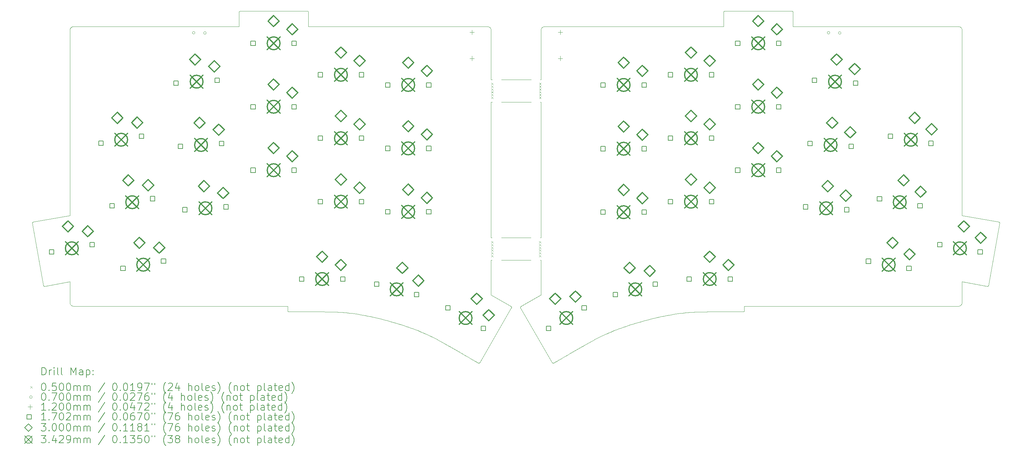
<source format=gbr>
%FSLAX45Y45*%
G04 Gerber Fmt 4.5, Leading zero omitted, Abs format (unit mm)*
G04 Created by KiCad (PCBNEW (6.0.6)) date 2022-11-10 12:47:21*
%MOMM*%
%LPD*%
G01*
G04 APERTURE LIST*
%ADD10C,0.010000*%
%TA.AperFunction,Profile*%
%ADD11C,0.010000*%
%TD*%
%TA.AperFunction,Profile*%
%ADD12C,0.100000*%
%TD*%
%ADD13C,0.200000*%
%ADD14C,0.050000*%
%ADD15C,0.070000*%
%ADD16C,0.120000*%
%ADD17C,0.170180*%
%ADD18C,0.300000*%
%ADD19C,0.342900*%
G04 APERTURE END LIST*
D10*
X14860090Y-12465554D02*
X14326690Y-12157579D01*
X2387278Y-11924041D02*
X3063200Y-11804802D01*
D11*
X15397256Y-6988435D02*
X14607756Y-6988434D01*
D10*
X15661796Y-12157579D02*
X15128396Y-12465554D01*
X7589688Y-4579561D02*
X7589688Y-4965500D01*
X3163036Y-12459204D02*
X8886150Y-12459204D01*
X20550231Y-4579561D02*
X20550231Y-4965500D01*
X9439655Y-4965500D02*
X9439655Y-4579561D01*
X9410021Y-4549928D02*
X7619321Y-4549928D01*
D11*
X15647256Y-6988434D02*
X15662500Y-6988400D01*
X14327041Y-10628435D02*
X14354757Y-10628435D01*
D10*
X7619321Y-4549928D02*
X7617809Y-4549967D01*
X7616314Y-4550082D01*
X7614840Y-4550273D01*
X7613389Y-4550536D01*
X7611962Y-4550869D01*
X7610561Y-4551272D01*
X7609188Y-4551741D01*
X7607845Y-4552276D01*
X7606534Y-4552874D01*
X7605258Y-4553532D01*
X7604017Y-4554250D01*
X7602814Y-4555025D01*
X7601651Y-4555856D01*
X7600529Y-4556739D01*
X7599451Y-4557675D01*
X7598419Y-4558659D01*
X7597435Y-4559691D01*
X7596500Y-4560769D01*
X7595616Y-4561891D01*
X7594785Y-4563054D01*
X7594010Y-4564257D01*
X7593293Y-4565497D01*
X7592634Y-4566774D01*
X7592036Y-4568085D01*
X7591502Y-4569428D01*
X7591032Y-4570801D01*
X7590630Y-4572202D01*
X7590296Y-4573629D01*
X7590033Y-4575080D01*
X7589843Y-4576554D01*
X7589727Y-4578048D01*
X7589688Y-4579561D01*
X18442390Y-12845496D02*
X18523741Y-12824055D01*
X18602615Y-12803953D01*
X18679092Y-12785147D01*
X18753251Y-12767595D01*
X18825172Y-12751253D01*
X18894936Y-12736077D01*
X18962622Y-12722026D01*
X19028310Y-12709054D01*
X19092080Y-12697120D01*
X19154011Y-12686179D01*
X19214184Y-12676189D01*
X19272678Y-12667107D01*
X19329573Y-12658889D01*
X19384949Y-12651492D01*
X19438886Y-12644873D01*
X19491463Y-12638989D01*
X19542761Y-12633796D01*
X19592860Y-12629251D01*
X19641838Y-12625312D01*
X19689777Y-12621934D01*
X19736755Y-12619074D01*
X19782854Y-12616690D01*
X19828151Y-12614739D01*
X19872728Y-12613176D01*
X19916664Y-12611958D01*
X19960040Y-12611044D01*
X20002934Y-12610388D01*
X20045427Y-12609949D01*
X20087598Y-12609682D01*
X20129528Y-12609546D01*
X20171296Y-12609495D01*
X20212982Y-12609488D01*
X16003285Y-13981088D02*
X16013211Y-13975356D01*
X16024626Y-13968764D01*
X16037472Y-13961347D01*
X16051691Y-13953137D01*
X16067225Y-13944170D01*
X16084013Y-13934479D01*
X16101999Y-13924096D01*
X16121124Y-13913057D01*
X16141328Y-13901395D01*
X16162554Y-13889143D01*
X16184743Y-13876335D01*
X16207837Y-13863005D01*
X16231776Y-13849187D01*
X16256503Y-13834915D01*
X16281959Y-13820221D01*
X16308085Y-13805140D01*
X16334823Y-13789706D01*
X16362114Y-13773952D01*
X16389900Y-13757912D01*
X16418123Y-13741620D01*
X16446723Y-13725109D01*
X16475642Y-13708413D01*
X16504822Y-13691566D01*
X16534205Y-13674601D01*
X16563731Y-13657553D01*
X16593342Y-13640455D01*
X16622979Y-13623341D01*
X16652585Y-13606244D01*
X16682100Y-13589198D01*
X16711467Y-13572237D01*
X16740626Y-13555395D01*
X16769519Y-13538705D01*
D11*
X15647256Y-6388435D02*
X15662495Y-6388435D01*
D10*
X27928937Y-10234941D02*
X27929162Y-10233423D01*
X27929311Y-10231913D01*
X27929383Y-10230414D01*
X27929382Y-10228927D01*
X27929307Y-10227455D01*
X27929162Y-10225999D01*
X27928946Y-10224562D01*
X27928661Y-10223145D01*
X27928310Y-10221751D01*
X27927892Y-10220382D01*
X27927411Y-10219040D01*
X27926866Y-10217727D01*
X27926260Y-10216444D01*
X27925593Y-10215195D01*
X27924869Y-10213981D01*
X27924086Y-10212804D01*
X27923248Y-10211666D01*
X27922356Y-10210570D01*
X27921411Y-10209517D01*
X27920414Y-10208510D01*
X27919367Y-10207550D01*
X27918271Y-10206640D01*
X27917128Y-10205781D01*
X27915939Y-10204977D01*
X27914706Y-10204228D01*
X27913430Y-10203537D01*
X27912112Y-10202906D01*
X27910754Y-10202336D01*
X27909357Y-10201831D01*
X27907923Y-10201393D01*
X27906453Y-10201022D01*
X27904948Y-10200722D01*
X14327390Y-6388435D02*
X14327390Y-6384065D01*
X14327390Y-6372500D01*
X14327390Y-6354220D01*
X14327390Y-6329708D01*
X14327390Y-6299443D01*
X14327390Y-6263907D01*
X14327390Y-6223581D01*
X14327390Y-6178945D01*
X14327390Y-6130481D01*
X14327390Y-6078669D01*
X14327390Y-6023991D01*
X14327390Y-5966928D01*
X14327390Y-5907959D01*
X14327390Y-5847567D01*
X14327390Y-5786233D01*
X14327390Y-5724436D01*
X14327390Y-5662659D01*
X14327390Y-5601381D01*
X14327390Y-5541085D01*
X14327390Y-5482251D01*
X14327390Y-5425359D01*
X14327390Y-5370892D01*
X14327390Y-5319329D01*
X14327390Y-5271152D01*
X14327390Y-5226842D01*
X14327390Y-5186879D01*
X14327390Y-5151745D01*
X14327390Y-5121920D01*
X14327390Y-5097886D01*
X14327390Y-5080123D01*
X14327390Y-5069113D01*
X14327390Y-5065336D01*
X14326690Y-12157579D02*
X14326690Y-11228009D01*
D11*
X15644256Y-10628435D02*
X15662500Y-10628435D01*
D10*
X8915784Y-12609488D02*
X8926484Y-12609488D01*
X8938709Y-12609488D01*
X8952411Y-12609488D01*
X8967541Y-12609488D01*
X8984052Y-12609488D01*
X9001895Y-12609488D01*
X9021021Y-12609488D01*
X9041383Y-12609488D01*
X9062933Y-12609488D01*
X9085622Y-12609488D01*
X9109403Y-12609488D01*
X9134226Y-12609488D01*
X9160044Y-12609488D01*
X9186809Y-12609488D01*
X9214472Y-12609488D01*
X9242985Y-12609488D01*
X9272300Y-12609488D01*
X9302369Y-12609488D01*
X9333144Y-12609488D01*
X9364576Y-12609488D01*
X9396617Y-12609488D01*
X9429220Y-12609488D01*
X9462335Y-12609488D01*
X9495915Y-12609488D01*
X9529912Y-12609488D01*
X9564277Y-12609488D01*
X9598962Y-12609488D01*
X9633919Y-12609488D01*
X9669100Y-12609488D01*
X9704456Y-12609488D01*
X9739940Y-12609488D01*
X9775503Y-12609488D01*
X27635425Y-11900052D02*
X27928937Y-10234941D01*
X21102336Y-12579855D02*
X21102336Y-12459204D01*
X15117460Y-12505771D02*
X15963068Y-13970152D01*
X26925285Y-12359369D02*
X26925285Y-11804802D01*
X9775503Y-12609488D02*
X9817189Y-12609495D01*
X9858957Y-12609546D01*
X9900887Y-12609682D01*
X9943059Y-12609949D01*
X9985551Y-12610388D01*
X10028446Y-12611044D01*
X10071821Y-12611958D01*
X10115757Y-12613176D01*
X10160334Y-12614739D01*
X10205632Y-12616690D01*
X10251730Y-12619074D01*
X10298708Y-12621934D01*
X10346647Y-12625312D01*
X10395625Y-12629251D01*
X10445724Y-12633796D01*
X10497022Y-12638989D01*
X10549599Y-12644873D01*
X10603536Y-12651492D01*
X10658912Y-12658889D01*
X10715807Y-12667107D01*
X10774301Y-12676189D01*
X10834474Y-12686179D01*
X10896405Y-12697120D01*
X10960175Y-12709054D01*
X11025863Y-12722026D01*
X11093549Y-12736077D01*
X11163312Y-12751253D01*
X11235234Y-12767595D01*
X11309393Y-12785147D01*
X11385870Y-12803953D01*
X11464744Y-12824055D01*
X11546095Y-12845496D01*
X26925285Y-11804802D02*
X27601207Y-11924041D01*
X22370566Y-4549928D02*
X20579865Y-4549928D01*
X8886150Y-12459204D02*
X8886150Y-12579855D01*
X8886150Y-12579855D02*
X8886188Y-12581368D01*
X8886301Y-12582862D01*
X8886487Y-12584336D01*
X8886744Y-12585787D01*
X8887070Y-12587214D01*
X8887464Y-12588615D01*
X8887924Y-12589988D01*
X8888449Y-12591331D01*
X8889036Y-12592642D01*
X8889684Y-12593918D01*
X8890391Y-12595159D01*
X8891155Y-12596362D01*
X8891974Y-12597525D01*
X8892848Y-12598647D01*
X8893773Y-12599725D01*
X8894749Y-12600757D01*
X8895774Y-12601741D01*
X8896845Y-12602676D01*
X8897961Y-12603560D01*
X8899121Y-12604391D01*
X8900322Y-12605166D01*
X8901564Y-12605884D01*
X8902843Y-12606542D01*
X8904159Y-12607140D01*
X8905509Y-12607674D01*
X8906892Y-12608144D01*
X8908306Y-12608547D01*
X8909750Y-12608880D01*
X8911221Y-12609143D01*
X8912718Y-12609333D01*
X8914240Y-12609449D01*
X8915784Y-12609488D01*
D11*
X14327041Y-6988435D02*
X14327041Y-10628435D01*
D10*
X26826151Y-4965500D02*
X22400200Y-4965500D01*
D11*
X15644256Y-11228434D02*
X15661796Y-11228009D01*
D10*
X20550231Y-4965500D02*
X15762331Y-4965500D01*
X3063200Y-10027861D02*
X2083536Y-10200722D01*
X16769519Y-13538705D02*
X16806641Y-13517273D01*
X16843853Y-13495840D01*
X16881242Y-13474405D01*
X16918898Y-13452965D01*
X16956910Y-13431520D01*
X16995365Y-13410068D01*
X17034355Y-13388608D01*
X17073966Y-13367139D01*
X17114288Y-13345658D01*
X17155411Y-13324166D01*
X17197422Y-13302660D01*
X17240411Y-13281139D01*
X17284466Y-13259602D01*
X17329677Y-13238047D01*
X17376133Y-13216473D01*
X17423921Y-13194879D01*
X17473132Y-13173263D01*
X17523854Y-13151624D01*
X17576176Y-13129960D01*
X17630186Y-13108271D01*
X17685974Y-13086555D01*
X17743629Y-13064810D01*
X17803239Y-13043035D01*
X17864893Y-13021229D01*
X17928681Y-12999391D01*
X17994691Y-12977519D01*
X18063011Y-12955611D01*
X18133732Y-12933667D01*
X18206941Y-12911685D01*
X18282728Y-12889663D01*
X18361182Y-12867601D01*
X18442390Y-12845496D01*
X3163036Y-4965500D02*
X3157877Y-4965630D01*
X3152788Y-4966017D01*
X3147775Y-4966653D01*
X3142844Y-4967533D01*
X3138003Y-4968650D01*
X3133256Y-4969997D01*
X3128610Y-4971570D01*
X3124071Y-4973360D01*
X3119645Y-4975363D01*
X3115338Y-4977571D01*
X3111157Y-4979978D01*
X3107108Y-4982578D01*
X3103196Y-4985365D01*
X3099428Y-4988332D01*
X3095810Y-4991472D01*
X3092348Y-4994781D01*
X3089049Y-4998250D01*
X3085918Y-5001875D01*
X3082961Y-5005648D01*
X3080185Y-5009563D01*
X3077596Y-5013614D01*
X3075200Y-5017795D01*
X3073003Y-5022099D01*
X3071011Y-5026520D01*
X3069230Y-5031051D01*
X3067667Y-5035687D01*
X3066328Y-5040421D01*
X3065218Y-5045246D01*
X3064344Y-5050156D01*
X3063713Y-5055146D01*
X3063329Y-5060208D01*
X3063200Y-5065336D01*
X14227555Y-4965500D02*
X9439655Y-4965500D01*
X2353058Y-11900052D02*
X2353359Y-11901557D01*
X2353729Y-11903027D01*
X2354168Y-11904461D01*
X2354673Y-11905858D01*
X2355242Y-11907216D01*
X2355874Y-11908534D01*
X2356565Y-11909810D01*
X2357314Y-11911044D01*
X2358118Y-11912232D01*
X2358977Y-11913375D01*
X2359887Y-11914471D01*
X2360847Y-11915518D01*
X2361854Y-11916515D01*
X2362907Y-11917460D01*
X2364003Y-11918353D01*
X2365141Y-11919191D01*
X2366318Y-11919973D01*
X2367532Y-11920698D01*
X2368781Y-11921364D01*
X2370063Y-11921970D01*
X2371376Y-11922515D01*
X2372719Y-11922997D01*
X2374088Y-11923414D01*
X2375482Y-11923766D01*
X2376898Y-11924050D01*
X2378336Y-11924266D01*
X2379791Y-11924412D01*
X2381264Y-11924486D01*
X2382751Y-11924488D01*
X2384250Y-11924415D01*
X2385760Y-11924267D01*
X2387278Y-11924041D01*
D12*
X14607756Y-6388435D02*
X15397257Y-6388435D01*
D10*
X26925987Y-10027862D02*
X26925987Y-5065336D01*
D11*
X14327390Y-6388435D02*
X14357757Y-6388435D01*
D10*
X27601207Y-11924041D02*
X27602725Y-11924267D01*
X27604234Y-11924415D01*
X27605734Y-11924488D01*
X27607221Y-11924486D01*
X27608693Y-11924412D01*
X27610149Y-11924266D01*
X27611586Y-11924050D01*
X27613003Y-11923765D01*
X27614397Y-11923414D01*
X27615766Y-11922996D01*
X27617108Y-11922514D01*
X27618422Y-11921970D01*
X27619704Y-11921363D01*
X27620953Y-11920697D01*
X27622167Y-11919972D01*
X27623344Y-11919190D01*
X27624481Y-11918352D01*
X27625578Y-11917460D01*
X27626630Y-11916515D01*
X27627638Y-11915518D01*
X27628597Y-11914471D01*
X27629508Y-11913375D01*
X27630366Y-11912232D01*
X27631171Y-11911043D01*
X27631920Y-11909810D01*
X27632611Y-11908534D01*
X27633242Y-11907216D01*
X27633811Y-11905858D01*
X27634316Y-11904461D01*
X27634754Y-11903027D01*
X27635125Y-11901557D01*
X27635425Y-11900052D01*
X20579865Y-4549928D02*
X20578353Y-4549967D01*
X20576858Y-4550082D01*
X20575384Y-4550273D01*
X20573933Y-4550536D01*
X20572505Y-4550869D01*
X20571104Y-4551272D01*
X20569731Y-4551741D01*
X20568389Y-4552276D01*
X20567078Y-4552874D01*
X20565801Y-4553532D01*
X20564560Y-4554250D01*
X20563357Y-4555025D01*
X20562194Y-4555856D01*
X20561073Y-4556739D01*
X20559995Y-4557675D01*
X20558963Y-4558659D01*
X20557978Y-4559691D01*
X20557043Y-4560769D01*
X20556159Y-4561891D01*
X20555329Y-4563054D01*
X20554553Y-4564257D01*
X20553836Y-4565497D01*
X20553177Y-4566774D01*
X20552579Y-4568085D01*
X20552045Y-4569428D01*
X20551575Y-4570801D01*
X20551173Y-4572202D01*
X20550839Y-4573629D01*
X20550576Y-4575080D01*
X20550386Y-4576554D01*
X20550270Y-4578048D01*
X20550231Y-4579561D01*
X14025418Y-13970152D02*
X14871026Y-12505771D01*
X2083536Y-10200722D02*
X2082031Y-10201022D01*
X2080561Y-10201393D01*
X2079127Y-10201831D01*
X2077730Y-10202336D01*
X2076372Y-10202906D01*
X2075054Y-10203537D01*
X2073778Y-10204228D01*
X2072545Y-10204977D01*
X2071356Y-10205781D01*
X2070213Y-10206640D01*
X2069117Y-10207550D01*
X2068070Y-10208510D01*
X2067073Y-10209517D01*
X2066128Y-10210570D01*
X2065236Y-10211666D01*
X2064398Y-10212804D01*
X2063616Y-10213981D01*
X2062891Y-10215195D01*
X2062224Y-10216444D01*
X2061618Y-10217727D01*
X2061074Y-10219040D01*
X2060592Y-10220382D01*
X2060174Y-10221751D01*
X2059823Y-10223145D01*
X2059538Y-10224562D01*
X2059322Y-10225999D01*
X2059176Y-10227455D01*
X2059102Y-10228927D01*
X2059100Y-10230414D01*
X2059173Y-10231913D01*
X2059322Y-10233423D01*
X2059547Y-10234941D01*
X2059547Y-10234941D02*
X2353058Y-11900052D01*
X7589688Y-4965500D02*
X3163036Y-4965500D01*
D12*
X14604756Y-10628435D02*
X15394257Y-10628435D01*
D10*
X14327390Y-5065336D02*
X14327260Y-5060177D01*
X14326874Y-5055088D01*
X14326237Y-5050075D01*
X14325358Y-5045144D01*
X14324241Y-5040303D01*
X14322893Y-5035556D01*
X14321320Y-5030910D01*
X14319530Y-5026371D01*
X14317527Y-5021945D01*
X14315319Y-5017638D01*
X14312912Y-5013457D01*
X14310312Y-5009408D01*
X14307526Y-5005496D01*
X14304559Y-5001728D01*
X14301418Y-4998110D01*
X14298110Y-4994648D01*
X14294640Y-4991349D01*
X14291016Y-4988218D01*
X14287243Y-4985261D01*
X14283328Y-4982485D01*
X14279276Y-4979896D01*
X14275096Y-4977500D01*
X14270792Y-4975303D01*
X14266371Y-4973311D01*
X14261839Y-4971530D01*
X14257204Y-4969967D01*
X14252470Y-4968628D01*
X14247645Y-4967518D01*
X14242734Y-4966644D01*
X14237745Y-4966013D01*
X14232683Y-4965629D01*
X14227555Y-4965500D01*
X15662495Y-5065336D02*
X15662495Y-6388435D01*
X13218967Y-13538705D02*
X13247859Y-13555395D01*
X13277015Y-13572237D01*
X13306377Y-13589198D01*
X13335886Y-13606244D01*
X13365485Y-13623340D01*
X13395114Y-13640455D01*
X13424716Y-13657553D01*
X13454232Y-13674601D01*
X13483603Y-13691565D01*
X13512772Y-13708412D01*
X13541681Y-13725108D01*
X13570270Y-13741619D01*
X13598482Y-13757912D01*
X13626257Y-13773952D01*
X13653539Y-13789706D01*
X13680268Y-13805140D01*
X13706387Y-13820221D01*
X13731836Y-13834914D01*
X13756558Y-13849187D01*
X13780494Y-13863005D01*
X13803586Y-13876335D01*
X13825775Y-13889143D01*
X13847004Y-13901395D01*
X13867213Y-13913057D01*
X13886345Y-13924096D01*
X13904341Y-13934478D01*
X13921143Y-13944170D01*
X13936693Y-13953137D01*
X13950932Y-13961346D01*
X13963802Y-13968764D01*
X13975244Y-13975356D01*
X13985201Y-13981088D01*
X15762331Y-4965500D02*
X15757171Y-4965630D01*
X15752082Y-4966017D01*
X15747069Y-4966653D01*
X15742139Y-4967533D01*
X15737297Y-4968650D01*
X15732551Y-4969997D01*
X15727904Y-4971570D01*
X15723365Y-4973360D01*
X15718940Y-4975363D01*
X15714633Y-4977571D01*
X15710452Y-4979978D01*
X15706403Y-4982578D01*
X15702491Y-4985365D01*
X15698723Y-4988332D01*
X15695105Y-4991472D01*
X15691643Y-4994781D01*
X15688344Y-4998250D01*
X15685213Y-5001875D01*
X15682256Y-5005648D01*
X15679480Y-5009563D01*
X15676891Y-5013614D01*
X15674495Y-5017795D01*
X15672298Y-5022099D01*
X15670306Y-5026520D01*
X15668525Y-5031051D01*
X15666962Y-5035687D01*
X15665623Y-5040421D01*
X15664513Y-5045246D01*
X15663640Y-5050156D01*
X15663008Y-5055146D01*
X15662624Y-5060208D01*
X15662495Y-5065336D01*
X3063200Y-5065336D02*
X3063200Y-10027861D01*
X21072701Y-12609488D02*
X21074214Y-12609449D01*
X21075709Y-12609333D01*
X21077183Y-12609143D01*
X21078634Y-12608880D01*
X21080061Y-12608547D01*
X21081462Y-12608144D01*
X21082835Y-12607674D01*
X21084178Y-12607140D01*
X21085489Y-12606542D01*
X21086766Y-12605884D01*
X21088007Y-12605166D01*
X21089210Y-12604391D01*
X21090373Y-12603560D01*
X21091494Y-12602676D01*
X21092572Y-12601741D01*
X21093604Y-12600757D01*
X21094589Y-12599725D01*
X21095524Y-12598647D01*
X21096408Y-12597525D01*
X21097238Y-12596362D01*
X21098013Y-12595159D01*
X21098731Y-12593918D01*
X21099390Y-12592642D01*
X21099987Y-12591331D01*
X21100522Y-12589988D01*
X21100991Y-12588615D01*
X21101394Y-12587214D01*
X21101728Y-12585787D01*
X21101991Y-12584336D01*
X21102181Y-12582862D01*
X21102297Y-12581368D01*
X21102336Y-12579855D01*
X15661796Y-11228009D02*
X15661796Y-12157579D01*
X21102336Y-12459204D02*
X26825449Y-12459204D01*
X3063200Y-12359369D02*
X3063330Y-12364528D01*
X3063716Y-12369617D01*
X3064353Y-12374630D01*
X3065233Y-12379560D01*
X3066349Y-12384402D01*
X3067697Y-12389149D01*
X3069270Y-12393795D01*
X3071060Y-12398334D01*
X3073063Y-12402760D01*
X3075271Y-12407066D01*
X3077678Y-12411248D01*
X3080278Y-12415297D01*
X3083065Y-12419209D01*
X3086031Y-12422977D01*
X3089172Y-12426595D01*
X3092480Y-12430056D01*
X3095950Y-12433356D01*
X3099574Y-12436487D01*
X3103347Y-12439444D01*
X3107263Y-12442220D01*
X3111314Y-12444809D01*
X3115495Y-12447205D01*
X3119799Y-12449402D01*
X3124219Y-12451394D01*
X3128751Y-12453174D01*
X3133387Y-12454737D01*
X3138120Y-12456077D01*
X3142946Y-12457186D01*
X3147856Y-12458060D01*
X3152846Y-12458692D01*
X3157908Y-12459075D01*
X3163036Y-12459204D01*
X11546095Y-12845496D02*
X11627303Y-12867601D01*
X11705757Y-12889663D01*
X11781544Y-12911685D01*
X11854753Y-12933667D01*
X11925474Y-12955611D01*
X11993795Y-12977519D01*
X12059804Y-12999391D01*
X12123592Y-13021229D01*
X12185247Y-13043035D01*
X12244857Y-13064810D01*
X12302511Y-13086555D01*
X12358300Y-13108271D01*
X12412310Y-13129960D01*
X12464632Y-13151624D01*
X12515354Y-13173263D01*
X12564564Y-13194879D01*
X12612353Y-13216473D01*
X12658808Y-13238047D01*
X12704019Y-13259602D01*
X12748075Y-13281139D01*
X12791064Y-13302660D01*
X12833075Y-13324166D01*
X12874198Y-13345659D01*
X12914520Y-13367139D01*
X12954131Y-13388609D01*
X12993121Y-13410069D01*
X13031576Y-13431520D01*
X13069588Y-13452965D01*
X13107244Y-13474405D01*
X13144633Y-13495840D01*
X13181845Y-13517273D01*
X13218967Y-13538705D01*
X13985201Y-13981088D02*
X13986534Y-13981811D01*
X13987889Y-13982458D01*
X13989260Y-13983029D01*
X13990647Y-13983527D01*
X13992047Y-13983951D01*
X13993457Y-13984301D01*
X13994874Y-13984580D01*
X13996297Y-13984787D01*
X13997722Y-13984923D01*
X13999147Y-13984990D01*
X14000569Y-13984986D01*
X14001987Y-13984914D01*
X14003397Y-13984775D01*
X14004798Y-13984568D01*
X14006185Y-13984294D01*
X14007558Y-13983955D01*
X14008913Y-13983550D01*
X14010248Y-13983081D01*
X14011560Y-13982549D01*
X14012848Y-13981953D01*
X14014107Y-13981295D01*
X14015337Y-13980576D01*
X14016533Y-13979795D01*
X14017695Y-13978955D01*
X14018819Y-13978055D01*
X14019902Y-13977097D01*
X14020943Y-13976080D01*
X14021939Y-13975006D01*
X14022887Y-13973876D01*
X14023784Y-13972690D01*
X14024629Y-13971448D01*
X14025418Y-13970152D01*
D11*
X14354756Y-11228435D02*
X14326690Y-11228009D01*
D10*
X15128396Y-12465554D02*
X15127100Y-12466343D01*
X15125858Y-12467188D01*
X15124672Y-12468085D01*
X15123542Y-12469033D01*
X15122468Y-12470029D01*
X15121451Y-12471069D01*
X15120493Y-12472153D01*
X15119593Y-12473277D01*
X15118752Y-12474438D01*
X15117972Y-12475635D01*
X15117253Y-12476864D01*
X15116595Y-12478124D01*
X15115999Y-12479411D01*
X15115467Y-12480724D01*
X15114998Y-12482059D01*
X15114593Y-12483414D01*
X15114254Y-12484786D01*
X15113980Y-12486174D01*
X15113773Y-12487574D01*
X15113633Y-12488984D01*
X15113562Y-12490402D01*
X15113558Y-12491825D01*
X15113625Y-12493250D01*
X15113761Y-12494675D01*
X15113968Y-12496097D01*
X15114247Y-12497515D01*
X15114597Y-12498925D01*
X15115021Y-12500324D01*
X15115519Y-12501711D01*
X15116090Y-12503083D01*
X15116737Y-12504437D01*
X15117460Y-12505771D01*
X27904948Y-10200722D02*
X27905652Y-10200723D01*
D11*
X15662500Y-6988400D02*
X15662500Y-10628435D01*
D10*
X26825449Y-12459204D02*
X26830608Y-12459074D01*
X26835697Y-12458688D01*
X26840710Y-12458051D01*
X26845641Y-12457172D01*
X26850482Y-12456055D01*
X26855229Y-12454707D01*
X26859875Y-12453135D01*
X26864414Y-12451344D01*
X26868840Y-12449342D01*
X26873147Y-12447134D01*
X26877328Y-12444726D01*
X26881377Y-12442126D01*
X26885289Y-12439340D01*
X26889057Y-12436373D01*
X26892675Y-12433232D01*
X26896137Y-12429924D01*
X26899437Y-12426454D01*
X26902568Y-12422830D01*
X26905524Y-12419057D01*
X26908300Y-12415142D01*
X26910889Y-12411091D01*
X26913286Y-12406910D01*
X26915483Y-12402606D01*
X26917475Y-12398185D01*
X26919255Y-12393654D01*
X26920818Y-12389018D01*
X26922158Y-12384284D01*
X26923267Y-12379459D01*
X26924141Y-12374549D01*
X26924773Y-12369559D01*
X26925156Y-12364497D01*
X26925285Y-12359369D01*
X27905652Y-10200723D02*
X26925987Y-10027862D01*
X14871026Y-12505771D02*
X14871749Y-12504437D01*
X14872396Y-12503083D01*
X14872967Y-12501712D01*
X14873465Y-12500325D01*
X14873889Y-12498925D01*
X14874239Y-12497515D01*
X14874518Y-12496098D01*
X14874725Y-12494675D01*
X14874861Y-12493250D01*
X14874928Y-12491825D01*
X14874924Y-12490402D01*
X14874852Y-12488985D01*
X14874713Y-12487575D01*
X14874506Y-12486174D01*
X14874232Y-12484787D01*
X14873893Y-12483414D01*
X14873488Y-12482059D01*
X14873019Y-12480724D01*
X14872487Y-12479412D01*
X14871891Y-12478124D01*
X14871233Y-12476865D01*
X14870514Y-12475635D01*
X14869733Y-12474438D01*
X14868893Y-12473277D01*
X14867993Y-12472153D01*
X14867035Y-12471069D01*
X14866018Y-12470029D01*
X14864944Y-12469033D01*
X14863814Y-12468085D01*
X14862628Y-12467188D01*
X14861386Y-12466343D01*
X14860090Y-12465554D01*
X3063200Y-11804802D02*
X3063200Y-12359369D01*
X15963068Y-13970152D02*
X15963857Y-13971448D01*
X15964702Y-13972690D01*
X15965599Y-13973876D01*
X15966547Y-13975006D01*
X15967542Y-13976080D01*
X15968583Y-13977097D01*
X15969667Y-13978055D01*
X15970791Y-13978955D01*
X15971952Y-13979795D01*
X15973149Y-13980576D01*
X15974378Y-13981295D01*
X15975638Y-13981953D01*
X15976925Y-13982549D01*
X15978237Y-13983081D01*
X15979572Y-13983550D01*
X15980928Y-13983955D01*
X15982300Y-13984294D01*
X15983688Y-13984568D01*
X15985088Y-13984775D01*
X15986498Y-13984914D01*
X15987916Y-13984986D01*
X15989339Y-13984990D01*
X15990764Y-13984923D01*
X15992189Y-13984787D01*
X15993611Y-13984580D01*
X15995029Y-13984301D01*
X15996439Y-13983951D01*
X15997838Y-13983527D01*
X15999225Y-13983029D01*
X16000597Y-13982458D01*
X16001951Y-13981811D01*
X16003285Y-13981088D01*
D11*
X14357756Y-6988435D02*
X14327041Y-6988435D01*
D10*
X22400200Y-4579561D02*
X22400161Y-4578048D01*
X22400045Y-4576554D01*
X22399855Y-4575080D01*
X22399592Y-4573629D01*
X22399258Y-4572201D01*
X22398856Y-4570800D01*
X22398386Y-4569427D01*
X22397852Y-4568085D01*
X22397254Y-4566774D01*
X22396595Y-4565497D01*
X22395878Y-4564256D01*
X22395102Y-4563053D01*
X22394272Y-4561890D01*
X22393388Y-4560769D01*
X22392453Y-4559691D01*
X22391468Y-4558659D01*
X22390436Y-4557674D01*
X22389358Y-4556739D01*
X22388237Y-4555855D01*
X22387074Y-4555025D01*
X22385871Y-4554250D01*
X22384630Y-4553532D01*
X22383353Y-4552873D01*
X22382042Y-4552276D01*
X22380700Y-4551741D01*
X22379327Y-4551272D01*
X22377926Y-4550869D01*
X22376498Y-4550536D01*
X22375047Y-4550273D01*
X22373573Y-4550082D01*
X22372078Y-4549967D01*
X22370566Y-4549928D01*
X20212982Y-12609488D02*
X20248577Y-12609488D01*
X20284091Y-12609488D01*
X20319475Y-12609488D01*
X20354682Y-12609488D01*
X20389663Y-12609488D01*
X20424369Y-12609488D01*
X20458754Y-12609488D01*
X20492768Y-12609488D01*
X20526364Y-12609488D01*
X20559493Y-12609488D01*
X20592107Y-12609488D01*
X20624157Y-12609488D01*
X20655597Y-12609488D01*
X20686377Y-12609488D01*
X20716449Y-12609488D01*
X20745765Y-12609488D01*
X20774277Y-12609488D01*
X20801937Y-12609488D01*
X20828697Y-12609488D01*
X20854507Y-12609488D01*
X20879321Y-12609488D01*
X20903090Y-12609488D01*
X20925766Y-12609488D01*
X20947300Y-12609488D01*
X20967645Y-12609488D01*
X20986752Y-12609488D01*
X21004573Y-12609488D01*
X21021060Y-12609488D01*
X21036164Y-12609488D01*
X21049838Y-12609488D01*
X21062033Y-12609488D01*
X21072701Y-12609488D01*
X9439655Y-4579561D02*
X9439616Y-4578048D01*
X9439500Y-4576554D01*
X9439310Y-4575080D01*
X9439047Y-4573629D01*
X9438713Y-4572201D01*
X9438310Y-4570800D01*
X9437841Y-4569427D01*
X9437306Y-4568085D01*
X9436709Y-4566774D01*
X9436050Y-4565497D01*
X9435332Y-4564256D01*
X9434557Y-4563053D01*
X9433727Y-4561890D01*
X9432843Y-4560769D01*
X9431908Y-4559691D01*
X9430923Y-4558659D01*
X9429891Y-4557674D01*
X9428813Y-4556739D01*
X9427692Y-4555855D01*
X9426529Y-4555025D01*
X9425326Y-4554250D01*
X9424085Y-4553532D01*
X9422808Y-4552873D01*
X9421498Y-4552276D01*
X9420155Y-4551741D01*
X9418782Y-4551272D01*
X9417381Y-4550869D01*
X9415954Y-4550536D01*
X9414502Y-4550273D01*
X9413028Y-4550082D01*
X9411534Y-4549967D01*
X9410021Y-4549928D01*
D12*
X14604756Y-11228434D02*
X15394256Y-11228435D01*
D10*
X26925987Y-5065336D02*
X26925857Y-5060177D01*
X26925471Y-5055088D01*
X26924835Y-5050075D01*
X26923955Y-5045144D01*
X26922838Y-5040303D01*
X26921490Y-5035556D01*
X26919918Y-5030910D01*
X26918127Y-5026371D01*
X26916124Y-5021945D01*
X26913916Y-5017638D01*
X26911509Y-5013457D01*
X26908909Y-5009408D01*
X26906122Y-5005496D01*
X26903156Y-5001728D01*
X26900015Y-4998110D01*
X26896707Y-4994648D01*
X26893237Y-4991349D01*
X26889612Y-4988218D01*
X26885839Y-4985261D01*
X26881924Y-4982485D01*
X26877873Y-4979896D01*
X26873692Y-4977500D01*
X26869388Y-4975303D01*
X26864967Y-4973311D01*
X26860436Y-4971530D01*
X26855800Y-4969967D01*
X26851066Y-4968628D01*
X26846241Y-4967518D01*
X26841331Y-4966644D01*
X26836341Y-4966013D01*
X26831279Y-4965629D01*
X26826151Y-4965500D01*
X22400200Y-4965500D02*
X22400200Y-4579561D01*
D13*
D14*
X14334756Y-10718435D02*
X14384756Y-10768435D01*
X14384756Y-10718435D02*
X14334756Y-10768435D01*
X14334756Y-10792435D02*
X14384756Y-10842435D01*
X14384756Y-10792435D02*
X14334756Y-10842435D01*
X14334756Y-10866435D02*
X14384756Y-10916435D01*
X14384756Y-10866435D02*
X14334756Y-10916435D01*
X14334756Y-10940435D02*
X14384756Y-10990435D01*
X14384756Y-10940435D02*
X14334756Y-10990435D01*
X14334756Y-11014435D02*
X14384756Y-11064435D01*
X14384756Y-11014435D02*
X14334756Y-11064435D01*
X14334756Y-11088435D02*
X14384756Y-11138435D01*
X14384756Y-11088435D02*
X14334756Y-11138435D01*
X14337756Y-6478435D02*
X14387756Y-6528435D01*
X14387756Y-6478435D02*
X14337756Y-6528435D01*
X14337756Y-6552435D02*
X14387756Y-6602435D01*
X14387756Y-6552435D02*
X14337756Y-6602435D01*
X14337756Y-6626435D02*
X14387756Y-6676435D01*
X14387756Y-6626435D02*
X14337756Y-6676435D01*
X14337756Y-6700435D02*
X14387756Y-6750435D01*
X14387756Y-6700435D02*
X14337756Y-6750435D01*
X14337756Y-6774435D02*
X14387756Y-6824435D01*
X14387756Y-6774435D02*
X14337756Y-6824435D01*
X14337756Y-6848435D02*
X14387756Y-6898435D01*
X14387756Y-6848435D02*
X14337756Y-6898435D01*
X15614256Y-10718435D02*
X15664256Y-10768435D01*
X15664256Y-10718435D02*
X15614256Y-10768435D01*
X15614256Y-10792435D02*
X15664256Y-10842435D01*
X15664256Y-10792435D02*
X15614256Y-10842435D01*
X15614256Y-10866435D02*
X15664256Y-10916435D01*
X15664256Y-10866435D02*
X15614256Y-10916435D01*
X15614256Y-10940435D02*
X15664256Y-10990435D01*
X15664256Y-10940435D02*
X15614256Y-10990435D01*
X15614256Y-11014435D02*
X15664256Y-11064435D01*
X15664256Y-11014435D02*
X15614256Y-11064435D01*
X15614256Y-11088435D02*
X15664256Y-11138435D01*
X15664256Y-11088435D02*
X15614256Y-11138435D01*
X15617256Y-6478435D02*
X15667256Y-6528435D01*
X15667256Y-6478435D02*
X15617256Y-6528435D01*
X15617256Y-6552435D02*
X15667256Y-6602435D01*
X15667256Y-6552435D02*
X15617256Y-6602435D01*
X15617256Y-6626435D02*
X15667256Y-6676435D01*
X15667256Y-6626435D02*
X15617256Y-6676435D01*
X15617256Y-6700435D02*
X15667256Y-6750435D01*
X15667256Y-6700435D02*
X15617256Y-6750435D01*
X15617256Y-6774435D02*
X15667256Y-6824435D01*
X15667256Y-6774435D02*
X15617256Y-6824435D01*
X15617256Y-6848435D02*
X15667256Y-6898435D01*
X15667256Y-6848435D02*
X15617256Y-6898435D01*
D15*
X6410000Y-5135000D02*
G75*
G03*
X6410000Y-5135000I-35000J0D01*
G01*
X6710000Y-5140000D02*
G75*
G03*
X6710000Y-5140000I-35000J0D01*
G01*
X23390000Y-5135000D02*
G75*
G03*
X23390000Y-5135000I-35000J0D01*
G01*
X23690000Y-5140000D02*
G75*
G03*
X23690000Y-5140000I-35000J0D01*
G01*
D16*
X13820000Y-5060000D02*
X13820000Y-5180000D01*
X13760000Y-5120000D02*
X13880000Y-5120000D01*
X13820000Y-5760000D02*
X13820000Y-5880000D01*
X13760000Y-5820000D02*
X13880000Y-5820000D01*
X16180000Y-5060000D02*
X16180000Y-5180000D01*
X16120000Y-5120000D02*
X16240000Y-5120000D01*
X16180000Y-5760000D02*
X16180000Y-5880000D01*
X16120000Y-5820000D02*
X16240000Y-5820000D01*
D17*
X2633781Y-11064610D02*
X2633781Y-10944273D01*
X2513444Y-10944273D01*
X2513444Y-11064610D01*
X2633781Y-11064610D01*
X3717069Y-10873597D02*
X3717069Y-10753260D01*
X3596732Y-10753260D01*
X3596732Y-10873597D01*
X3717069Y-10873597D01*
X3953575Y-8155415D02*
X3953575Y-8035078D01*
X3833238Y-8035078D01*
X3833238Y-8155415D01*
X3953575Y-8155415D01*
X4248781Y-9829610D02*
X4248781Y-9709273D01*
X4128444Y-9709273D01*
X4128444Y-9829610D01*
X4248781Y-9829610D01*
X4543986Y-11503805D02*
X4543986Y-11383468D01*
X4423650Y-11383468D01*
X4423650Y-11503805D01*
X4543986Y-11503805D01*
X5036864Y-7964402D02*
X5036864Y-7844065D01*
X4916527Y-7844065D01*
X4916527Y-7964402D01*
X5036864Y-7964402D01*
X5332069Y-9638597D02*
X5332069Y-9518260D01*
X5211733Y-9518260D01*
X5211733Y-9638597D01*
X5332069Y-9638597D01*
X5627275Y-11312792D02*
X5627275Y-11192455D01*
X5506938Y-11192455D01*
X5506938Y-11312792D01*
X5627275Y-11312792D01*
X5964589Y-6543207D02*
X5964589Y-6422871D01*
X5844253Y-6422871D01*
X5844253Y-6543207D01*
X5964589Y-6543207D01*
X6083177Y-8239088D02*
X6083177Y-8118752D01*
X5962840Y-8118752D01*
X5962840Y-8239088D01*
X6083177Y-8239088D01*
X6201765Y-9934969D02*
X6201765Y-9814633D01*
X6081428Y-9814633D01*
X6081428Y-9934969D01*
X6201765Y-9934969D01*
X7061910Y-6466475D02*
X7061910Y-6346139D01*
X6941573Y-6346139D01*
X6941573Y-6466475D01*
X7061910Y-6466475D01*
X7180497Y-8162356D02*
X7180497Y-8042019D01*
X7060161Y-8042019D01*
X7060161Y-8162356D01*
X7180497Y-8162356D01*
X7299085Y-9858237D02*
X7299085Y-9737900D01*
X7178748Y-9737900D01*
X7178748Y-9858237D01*
X7299085Y-9858237D01*
X8023091Y-5476965D02*
X8023091Y-5356629D01*
X7902755Y-5356629D01*
X7902755Y-5476965D01*
X8023091Y-5476965D01*
X8023091Y-7176987D02*
X8023091Y-7056650D01*
X7902755Y-7056650D01*
X7902755Y-7176987D01*
X8023091Y-7176987D01*
X8023091Y-8877009D02*
X8023091Y-8756673D01*
X7902755Y-8756673D01*
X7902755Y-8877009D01*
X8023091Y-8877009D01*
X9123091Y-5476965D02*
X9123091Y-5356629D01*
X9002755Y-5356629D01*
X9002755Y-5476965D01*
X9123091Y-5476965D01*
X9123091Y-7176987D02*
X9123091Y-7056650D01*
X9002755Y-7056650D01*
X9002755Y-7176987D01*
X9123091Y-7176987D01*
X9123091Y-8877009D02*
X9123091Y-8756673D01*
X9002755Y-8756673D01*
X9002755Y-8877009D01*
X9123091Y-8877009D01*
X9320485Y-11791603D02*
X9320485Y-11671266D01*
X9200148Y-11671266D01*
X9200148Y-11791603D01*
X9320485Y-11791603D01*
X9823092Y-6320613D02*
X9823092Y-6200276D01*
X9702756Y-6200276D01*
X9702756Y-6320613D01*
X9823092Y-6320613D01*
X9823092Y-8020635D02*
X9823092Y-7900298D01*
X9702756Y-7900298D01*
X9702756Y-8020635D01*
X9823092Y-8020635D01*
X9823092Y-9720657D02*
X9823092Y-9600320D01*
X9702756Y-9600320D01*
X9702756Y-9720657D01*
X9823092Y-9720657D01*
X10420485Y-11791603D02*
X10420485Y-11671266D01*
X10300148Y-11671266D01*
X10300148Y-11791603D01*
X10420485Y-11791603D01*
X10923092Y-6320613D02*
X10923092Y-6200276D01*
X10802756Y-6200276D01*
X10802756Y-6320613D01*
X10923092Y-6320613D01*
X10923092Y-8020635D02*
X10923092Y-7900298D01*
X10802756Y-7900298D01*
X10802756Y-8020635D01*
X10923092Y-8020635D01*
X10923092Y-9720657D02*
X10923092Y-9600320D01*
X10802756Y-9600320D01*
X10802756Y-9720657D01*
X10923092Y-9720657D01*
X11331666Y-11926753D02*
X11331666Y-11806416D01*
X11211329Y-11806416D01*
X11211329Y-11926753D01*
X11331666Y-11926753D01*
X11623089Y-6592623D02*
X11623089Y-6472287D01*
X11502752Y-6472287D01*
X11502752Y-6592623D01*
X11623089Y-6592623D01*
X11623089Y-8292645D02*
X11623089Y-8172309D01*
X11502752Y-8172309D01*
X11502752Y-8292645D01*
X11623089Y-8292645D01*
X11623089Y-9992667D02*
X11623089Y-9872331D01*
X11502752Y-9872331D01*
X11502752Y-9992667D01*
X11623089Y-9992667D01*
X12394184Y-12211454D02*
X12394184Y-12091117D01*
X12273847Y-12091117D01*
X12273847Y-12211454D01*
X12394184Y-12211454D01*
X12723089Y-6592623D02*
X12723089Y-6472287D01*
X12602752Y-6472287D01*
X12602752Y-6592623D01*
X12723089Y-6592623D01*
X12723089Y-8292645D02*
X12723089Y-8172309D01*
X12602752Y-8172309D01*
X12602752Y-8292645D01*
X12723089Y-8292645D01*
X12723089Y-9992667D02*
X12723089Y-9872331D01*
X12602752Y-9872331D01*
X12602752Y-9992667D01*
X12723089Y-9992667D01*
X13231611Y-12561603D02*
X13231611Y-12441266D01*
X13111274Y-12441266D01*
X13111274Y-12561603D01*
X13231611Y-12561603D01*
X14184239Y-13111603D02*
X14184239Y-12991266D01*
X14063902Y-12991266D01*
X14063902Y-13111603D01*
X14184239Y-13111603D01*
X15926575Y-13111603D02*
X15926575Y-12991266D01*
X15806238Y-12991266D01*
X15806238Y-13111603D01*
X15926575Y-13111603D01*
X16879203Y-12561603D02*
X16879203Y-12441266D01*
X16758866Y-12441266D01*
X16758866Y-12561603D01*
X16879203Y-12561603D01*
X17385493Y-6592623D02*
X17385493Y-6472287D01*
X17265156Y-6472287D01*
X17265156Y-6592623D01*
X17385493Y-6592623D01*
X17385497Y-8301153D02*
X17385497Y-8180816D01*
X17265160Y-8180816D01*
X17265160Y-8301153D01*
X17385497Y-8301153D01*
X17385497Y-10001175D02*
X17385497Y-9880838D01*
X17265160Y-9880838D01*
X17265160Y-10001175D01*
X17385497Y-10001175D01*
X17716666Y-12211454D02*
X17716666Y-12091117D01*
X17596329Y-12091117D01*
X17596329Y-12211454D01*
X17716666Y-12211454D01*
X18485493Y-6592623D02*
X18485493Y-6472287D01*
X18365156Y-6472287D01*
X18365156Y-6592623D01*
X18485493Y-6592623D01*
X18485497Y-8301153D02*
X18485497Y-8180816D01*
X18365160Y-8180816D01*
X18365160Y-8301153D01*
X18485497Y-8301153D01*
X18485497Y-10001175D02*
X18485497Y-9880838D01*
X18365160Y-9880838D01*
X18365160Y-10001175D01*
X18485497Y-10001175D01*
X18779184Y-11926753D02*
X18779184Y-11806416D01*
X18658847Y-11806416D01*
X18658847Y-11926753D01*
X18779184Y-11926753D01*
X19185489Y-6320613D02*
X19185489Y-6200276D01*
X19065152Y-6200276D01*
X19065152Y-6320613D01*
X19185489Y-6320613D01*
X19185489Y-8020635D02*
X19185489Y-7900298D01*
X19065152Y-7900298D01*
X19065152Y-8020635D01*
X19185489Y-8020635D01*
X19185489Y-9720657D02*
X19185489Y-9600320D01*
X19065152Y-9600320D01*
X19065152Y-9720657D01*
X19185489Y-9720657D01*
X19687985Y-11791603D02*
X19687985Y-11671266D01*
X19567648Y-11671266D01*
X19567648Y-11791603D01*
X19687985Y-11791603D01*
X20285489Y-6320613D02*
X20285489Y-6200276D01*
X20165152Y-6200276D01*
X20165152Y-6320613D01*
X20285489Y-6320613D01*
X20285489Y-8020635D02*
X20285489Y-7900298D01*
X20165152Y-7900298D01*
X20165152Y-8020635D01*
X20285489Y-8020635D01*
X20285489Y-9720657D02*
X20285489Y-9600320D01*
X20165152Y-9600320D01*
X20165152Y-9720657D01*
X20285489Y-9720657D01*
X20787985Y-11791603D02*
X20787985Y-11671266D01*
X20667648Y-11671266D01*
X20667648Y-11791603D01*
X20787985Y-11791603D01*
X20985485Y-5476965D02*
X20985485Y-5356629D01*
X20865148Y-5356629D01*
X20865148Y-5476965D01*
X20985485Y-5476965D01*
X20985485Y-7176987D02*
X20985485Y-7056650D01*
X20865148Y-7056650D01*
X20865148Y-7176987D01*
X20985485Y-7176987D01*
X20985485Y-8877009D02*
X20985485Y-8756673D01*
X20865148Y-8756673D01*
X20865148Y-8877009D01*
X20985485Y-8877009D01*
X22085485Y-5476965D02*
X22085485Y-5356629D01*
X21965148Y-5356629D01*
X21965148Y-5476965D01*
X22085485Y-5476965D01*
X22085485Y-7176987D02*
X22085485Y-7056650D01*
X21965148Y-7056650D01*
X21965148Y-7176987D01*
X22085485Y-7176987D01*
X22085485Y-8877009D02*
X22085485Y-8756673D01*
X21965148Y-8756673D01*
X21965148Y-8877009D01*
X22085485Y-8877009D01*
X22803177Y-9858901D02*
X22803177Y-9738565D01*
X22682840Y-9738565D01*
X22682840Y-9858901D01*
X22803177Y-9858901D01*
X22921765Y-8163021D02*
X22921765Y-8042684D01*
X22801428Y-8042684D01*
X22801428Y-8163021D01*
X22921765Y-8163021D01*
X23040352Y-6467140D02*
X23040352Y-6346803D01*
X22920015Y-6346803D01*
X22920015Y-6467140D01*
X23040352Y-6467140D01*
X23900497Y-9935634D02*
X23900497Y-9815297D01*
X23780161Y-9815297D01*
X23780161Y-9935634D01*
X23900497Y-9935634D01*
X24019085Y-8239753D02*
X24019085Y-8119416D01*
X23898748Y-8119416D01*
X23898748Y-8239753D01*
X24019085Y-8239753D01*
X24137672Y-6543872D02*
X24137672Y-6423535D01*
X24017336Y-6423535D01*
X24017336Y-6543872D01*
X24137672Y-6543872D01*
X24483369Y-11314486D02*
X24483369Y-11194150D01*
X24363032Y-11194150D01*
X24363032Y-11314486D01*
X24483369Y-11314486D01*
X24778575Y-9640292D02*
X24778575Y-9519955D01*
X24658238Y-9519955D01*
X24658238Y-9640292D01*
X24778575Y-9640292D01*
X25073780Y-7966097D02*
X25073780Y-7845760D01*
X24953444Y-7845760D01*
X24953444Y-7966097D01*
X25073780Y-7966097D01*
X25566658Y-11505499D02*
X25566658Y-11385163D01*
X25446321Y-11385163D01*
X25446321Y-11505499D01*
X25566658Y-11505499D01*
X25861863Y-9831305D02*
X25861863Y-9710968D01*
X25741527Y-9710968D01*
X25741527Y-9831305D01*
X25861863Y-9831305D01*
X26157069Y-8157110D02*
X26157069Y-8036773D01*
X26036732Y-8036773D01*
X26036732Y-8157110D01*
X26157069Y-8157110D01*
X26388780Y-10873597D02*
X26388780Y-10753260D01*
X26268444Y-10753260D01*
X26268444Y-10873597D01*
X26388780Y-10873597D01*
X27472069Y-11064610D02*
X27472069Y-10944273D01*
X27351732Y-10944273D01*
X27351732Y-11064610D01*
X27472069Y-11064610D01*
D18*
X3011936Y-10472974D02*
X3161936Y-10322974D01*
X3011936Y-10172974D01*
X2861936Y-10322974D01*
X3011936Y-10472974D01*
X3542542Y-10602808D02*
X3692542Y-10452808D01*
X3542542Y-10302808D01*
X3392542Y-10452808D01*
X3542542Y-10602808D01*
X4331730Y-7563779D02*
X4481730Y-7413779D01*
X4331730Y-7263779D01*
X4181730Y-7413779D01*
X4331730Y-7563779D01*
X4626936Y-9237974D02*
X4776936Y-9087974D01*
X4626936Y-8937974D01*
X4476936Y-9087974D01*
X4626936Y-9237974D01*
X4862337Y-7693613D02*
X5012337Y-7543613D01*
X4862337Y-7393613D01*
X4712337Y-7543613D01*
X4862337Y-7693613D01*
X4922142Y-10912169D02*
X5072142Y-10762169D01*
X4922142Y-10612169D01*
X4772142Y-10762169D01*
X4922142Y-10912169D01*
X5157542Y-9367808D02*
X5307542Y-9217808D01*
X5157542Y-9067808D01*
X5007542Y-9217808D01*
X5157542Y-9367808D01*
X5452748Y-11042003D02*
X5602748Y-10892003D01*
X5452748Y-10742003D01*
X5302748Y-10892003D01*
X5452748Y-11042003D01*
X6411576Y-6001122D02*
X6561576Y-5851122D01*
X6411576Y-5701122D01*
X6261576Y-5851122D01*
X6411576Y-6001122D01*
X6530164Y-7697003D02*
X6680164Y-7547003D01*
X6530164Y-7397003D01*
X6380164Y-7547003D01*
X6530164Y-7697003D01*
X6648751Y-9392884D02*
X6798751Y-9242884D01*
X6648751Y-9092884D01*
X6498751Y-9242884D01*
X6648751Y-9392884D01*
X6925705Y-6185708D02*
X7075705Y-6035708D01*
X6925705Y-5885708D01*
X6775705Y-6035708D01*
X6925705Y-6185708D01*
X7044292Y-7881589D02*
X7194292Y-7731589D01*
X7044292Y-7581589D01*
X6894292Y-7731589D01*
X7044292Y-7881589D01*
X7162880Y-9577470D02*
X7312880Y-9427470D01*
X7162880Y-9277470D01*
X7012880Y-9427470D01*
X7162880Y-9577470D01*
X8512923Y-4971797D02*
X8662923Y-4821797D01*
X8512923Y-4671797D01*
X8362923Y-4821797D01*
X8512923Y-4971797D01*
X8512923Y-6671819D02*
X8662923Y-6521819D01*
X8512923Y-6371819D01*
X8362923Y-6521819D01*
X8512923Y-6671819D01*
X8512923Y-8371841D02*
X8662923Y-8221841D01*
X8512923Y-8071841D01*
X8362923Y-8221841D01*
X8512923Y-8371841D01*
X9012923Y-5191797D02*
X9162923Y-5041797D01*
X9012923Y-4891797D01*
X8862923Y-5041797D01*
X9012923Y-5191797D01*
X9012923Y-6891819D02*
X9162923Y-6741819D01*
X9012923Y-6591819D01*
X8862923Y-6741819D01*
X9012923Y-6891819D01*
X9012923Y-8591841D02*
X9162923Y-8441841D01*
X9012923Y-8291841D01*
X8862923Y-8441841D01*
X9012923Y-8591841D01*
X9810317Y-11286435D02*
X9960317Y-11136435D01*
X9810317Y-10986435D01*
X9660317Y-11136435D01*
X9810317Y-11286435D01*
X10310317Y-11506435D02*
X10460317Y-11356435D01*
X10310317Y-11206435D01*
X10160317Y-11356435D01*
X10310317Y-11506435D01*
X10312924Y-5815445D02*
X10462924Y-5665445D01*
X10312924Y-5515445D01*
X10162924Y-5665445D01*
X10312924Y-5815445D01*
X10312924Y-7515467D02*
X10462924Y-7365467D01*
X10312924Y-7215467D01*
X10162924Y-7365467D01*
X10312924Y-7515467D01*
X10312924Y-9215489D02*
X10462924Y-9065489D01*
X10312924Y-8915489D01*
X10162924Y-9065489D01*
X10312924Y-9215489D01*
X10812924Y-6035445D02*
X10962924Y-5885445D01*
X10812924Y-5735445D01*
X10662924Y-5885445D01*
X10812924Y-6035445D01*
X10812924Y-7735467D02*
X10962924Y-7585467D01*
X10812924Y-7435467D01*
X10662924Y-7585467D01*
X10812924Y-7735467D01*
X10812924Y-9435489D02*
X10962924Y-9285489D01*
X10812924Y-9135489D01*
X10662924Y-9285489D01*
X10812924Y-9435489D01*
X11956754Y-11584209D02*
X12106754Y-11434209D01*
X11956754Y-11284209D01*
X11806754Y-11434209D01*
X11956754Y-11584209D01*
X12112920Y-6087455D02*
X12262920Y-5937455D01*
X12112920Y-5787455D01*
X11962920Y-5937455D01*
X12112920Y-6087455D01*
X12112920Y-7787477D02*
X12262920Y-7637477D01*
X12112920Y-7487477D01*
X11962920Y-7637477D01*
X12112920Y-7787477D01*
X12112920Y-9487499D02*
X12262920Y-9337499D01*
X12112920Y-9187499D01*
X11962920Y-9337499D01*
X12112920Y-9487499D01*
X12382777Y-11926122D02*
X12532777Y-11776122D01*
X12382777Y-11626122D01*
X12232777Y-11776122D01*
X12382777Y-11926122D01*
X12612920Y-6307455D02*
X12762920Y-6157455D01*
X12612920Y-6007455D01*
X12462920Y-6157455D01*
X12612920Y-6307455D01*
X12612920Y-8007477D02*
X12762920Y-7857477D01*
X12612920Y-7707477D01*
X12462920Y-7857477D01*
X12612920Y-8007477D01*
X12612920Y-9707499D02*
X12762920Y-9557499D01*
X12612920Y-9407499D01*
X12462920Y-9557499D01*
X12612920Y-9707499D01*
X13945256Y-12411150D02*
X14095256Y-12261150D01*
X13945256Y-12111150D01*
X13795256Y-12261150D01*
X13945256Y-12411150D01*
X14268269Y-12851675D02*
X14418269Y-12701675D01*
X14268269Y-12551675D01*
X14118269Y-12701675D01*
X14268269Y-12851675D01*
X16045220Y-12411150D02*
X16195220Y-12261150D01*
X16045220Y-12111150D01*
X15895220Y-12261150D01*
X16045220Y-12411150D01*
X16588233Y-12351675D02*
X16738233Y-12201675D01*
X16588233Y-12051675D01*
X16438233Y-12201675D01*
X16588233Y-12351675D01*
X17875325Y-6087455D02*
X18025325Y-5937455D01*
X17875325Y-5787455D01*
X17725325Y-5937455D01*
X17875325Y-6087455D01*
X17875329Y-7795985D02*
X18025329Y-7645985D01*
X17875329Y-7495985D01*
X17725329Y-7645985D01*
X17875329Y-7795985D01*
X17875329Y-9496007D02*
X18025329Y-9346007D01*
X17875329Y-9196007D01*
X17725329Y-9346007D01*
X17875329Y-9496007D01*
X18033759Y-11584209D02*
X18183759Y-11434209D01*
X18033759Y-11284209D01*
X17883759Y-11434209D01*
X18033759Y-11584209D01*
X18375325Y-6307455D02*
X18525325Y-6157455D01*
X18375325Y-6007455D01*
X18225325Y-6157455D01*
X18375325Y-6307455D01*
X18375329Y-8015985D02*
X18525329Y-7865985D01*
X18375329Y-7715985D01*
X18225329Y-7865985D01*
X18375329Y-8015985D01*
X18375329Y-9716007D02*
X18525329Y-9566007D01*
X18375329Y-9416007D01*
X18225329Y-9566007D01*
X18375329Y-9716007D01*
X18573662Y-11667303D02*
X18723662Y-11517303D01*
X18573662Y-11367303D01*
X18423662Y-11517303D01*
X18573662Y-11667303D01*
X19675321Y-5815445D02*
X19825321Y-5665445D01*
X19675321Y-5515445D01*
X19525321Y-5665445D01*
X19675321Y-5815445D01*
X19675321Y-7515467D02*
X19825321Y-7365467D01*
X19675321Y-7215467D01*
X19525321Y-7365467D01*
X19675321Y-7515467D01*
X19675321Y-9215489D02*
X19825321Y-9065489D01*
X19675321Y-8915489D01*
X19525321Y-9065489D01*
X19675321Y-9215489D01*
X20175321Y-6035445D02*
X20325321Y-5885445D01*
X20175321Y-5735445D01*
X20025321Y-5885445D01*
X20175321Y-6035445D01*
X20175321Y-7735467D02*
X20325321Y-7585467D01*
X20175321Y-7435467D01*
X20025321Y-7585467D01*
X20175321Y-7735467D01*
X20175321Y-9435489D02*
X20325321Y-9285489D01*
X20175321Y-9135489D01*
X20025321Y-9285489D01*
X20175321Y-9435489D01*
X20177817Y-11286435D02*
X20327817Y-11136435D01*
X20177817Y-10986435D01*
X20027817Y-11136435D01*
X20177817Y-11286435D01*
X20677817Y-11506435D02*
X20827817Y-11356435D01*
X20677817Y-11206435D01*
X20527817Y-11356435D01*
X20677817Y-11506435D01*
X21475317Y-4971797D02*
X21625317Y-4821797D01*
X21475317Y-4671797D01*
X21325317Y-4821797D01*
X21475317Y-4971797D01*
X21475317Y-6671819D02*
X21625317Y-6521819D01*
X21475317Y-6371819D01*
X21325317Y-6521819D01*
X21475317Y-6671819D01*
X21475317Y-8371841D02*
X21625317Y-8221841D01*
X21475317Y-8071841D01*
X21325317Y-8221841D01*
X21475317Y-8371841D01*
X21975317Y-5191797D02*
X22125317Y-5041797D01*
X21975317Y-4891797D01*
X21825317Y-5041797D01*
X21975317Y-5191797D01*
X21975317Y-6891819D02*
X22125317Y-6741819D01*
X21975317Y-6591819D01*
X21825317Y-6741819D01*
X21975317Y-6891819D01*
X21975317Y-8591841D02*
X22125317Y-8441841D01*
X21975317Y-8291841D01*
X21825317Y-8441841D01*
X21975317Y-8591841D01*
X23333174Y-9393549D02*
X23483174Y-9243549D01*
X23333174Y-9093549D01*
X23183174Y-9243549D01*
X23333174Y-9393549D01*
X23451762Y-7697668D02*
X23601762Y-7547668D01*
X23451762Y-7397668D01*
X23301762Y-7547668D01*
X23451762Y-7697668D01*
X23570349Y-6001787D02*
X23720349Y-5851787D01*
X23570349Y-5701787D01*
X23420349Y-5851787D01*
X23570349Y-6001787D01*
X23816610Y-9647891D02*
X23966610Y-9497891D01*
X23816610Y-9347891D01*
X23666610Y-9497891D01*
X23816610Y-9647891D01*
X23935197Y-7952010D02*
X24085197Y-7802010D01*
X23935197Y-7652010D01*
X23785197Y-7802010D01*
X23935197Y-7952010D01*
X24053785Y-6256129D02*
X24203785Y-6106129D01*
X24053785Y-5956129D01*
X23903785Y-6106129D01*
X24053785Y-6256129D01*
X25068166Y-10913864D02*
X25218166Y-10763864D01*
X25068166Y-10613864D01*
X24918166Y-10763864D01*
X25068166Y-10913864D01*
X25363371Y-9239669D02*
X25513371Y-9089669D01*
X25363371Y-8939669D01*
X25213371Y-9089669D01*
X25363371Y-9239669D01*
X25522367Y-11217346D02*
X25672367Y-11067346D01*
X25522367Y-10917346D01*
X25372367Y-11067346D01*
X25522367Y-11217346D01*
X25658577Y-7565474D02*
X25808577Y-7415474D01*
X25658577Y-7265474D01*
X25508577Y-7415474D01*
X25658577Y-7565474D01*
X25817572Y-9543151D02*
X25967572Y-9393151D01*
X25817572Y-9243151D01*
X25667572Y-9393151D01*
X25817572Y-9543151D01*
X26112778Y-7868956D02*
X26262778Y-7718956D01*
X26112778Y-7568956D01*
X25962778Y-7718956D01*
X26112778Y-7868956D01*
X26973577Y-10472974D02*
X27123577Y-10322974D01*
X26973577Y-10172974D01*
X26823577Y-10322974D01*
X26973577Y-10472974D01*
X27427778Y-10776456D02*
X27577778Y-10626456D01*
X27427778Y-10476456D01*
X27277778Y-10626456D01*
X27427778Y-10776456D01*
D19*
X2943806Y-10737485D02*
X3286706Y-11080385D01*
X3286706Y-10737485D02*
X2943806Y-11080385D01*
X3286706Y-10908935D02*
G75*
G03*
X3286706Y-10908935I-171450J0D01*
G01*
X4263601Y-7828290D02*
X4606501Y-8171190D01*
X4606501Y-7828290D02*
X4263601Y-8171190D01*
X4606501Y-7999740D02*
G75*
G03*
X4606501Y-7999740I-171450J0D01*
G01*
X4558807Y-9502485D02*
X4901707Y-9845385D01*
X4901707Y-9502485D02*
X4558807Y-9845385D01*
X4901707Y-9673935D02*
G75*
G03*
X4901707Y-9673935I-171450J0D01*
G01*
X4854012Y-11176680D02*
X5196912Y-11519580D01*
X5196912Y-11176680D02*
X4854012Y-11519580D01*
X5196912Y-11348130D02*
G75*
G03*
X5196912Y-11348130I-171450J0D01*
G01*
X6281631Y-6273223D02*
X6624531Y-6616123D01*
X6624531Y-6273223D02*
X6281631Y-6616123D01*
X6624531Y-6444673D02*
G75*
G03*
X6624531Y-6444673I-171450J0D01*
G01*
X6400219Y-7969104D02*
X6743119Y-8312004D01*
X6743119Y-7969104D02*
X6400219Y-8312004D01*
X6743119Y-8140554D02*
G75*
G03*
X6743119Y-8140554I-171450J0D01*
G01*
X6518806Y-9664985D02*
X6861706Y-10007885D01*
X6861706Y-9664985D02*
X6518806Y-10007885D01*
X6861706Y-9836435D02*
G75*
G03*
X6861706Y-9836435I-171450J0D01*
G01*
X8341473Y-5245347D02*
X8684373Y-5588247D01*
X8684373Y-5245347D02*
X8341473Y-5588247D01*
X8684373Y-5416797D02*
G75*
G03*
X8684373Y-5416797I-171450J0D01*
G01*
X8341473Y-6945369D02*
X8684373Y-7288269D01*
X8684373Y-6945369D02*
X8341473Y-7288269D01*
X8684373Y-7116819D02*
G75*
G03*
X8684373Y-7116819I-171450J0D01*
G01*
X8341473Y-8645391D02*
X8684373Y-8988291D01*
X8684373Y-8645391D02*
X8341473Y-8988291D01*
X8684373Y-8816841D02*
G75*
G03*
X8684373Y-8816841I-171450J0D01*
G01*
X9638867Y-11559985D02*
X9981767Y-11902885D01*
X9981767Y-11559985D02*
X9638867Y-11902885D01*
X9981767Y-11731435D02*
G75*
G03*
X9981767Y-11731435I-171450J0D01*
G01*
X10141474Y-6088995D02*
X10484374Y-6431895D01*
X10484374Y-6088995D02*
X10141474Y-6431895D01*
X10484374Y-6260445D02*
G75*
G03*
X10484374Y-6260445I-171450J0D01*
G01*
X10141474Y-7789017D02*
X10484374Y-8131917D01*
X10484374Y-7789017D02*
X10141474Y-8131917D01*
X10484374Y-7960467D02*
G75*
G03*
X10484374Y-7960467I-171450J0D01*
G01*
X10141474Y-9489039D02*
X10484374Y-9831939D01*
X10484374Y-9489039D02*
X10141474Y-9831939D01*
X10484374Y-9660489D02*
G75*
G03*
X10484374Y-9660489I-171450J0D01*
G01*
X11631306Y-11837485D02*
X11974206Y-12180385D01*
X11974206Y-11837485D02*
X11631306Y-12180385D01*
X11974206Y-12008935D02*
G75*
G03*
X11974206Y-12008935I-171450J0D01*
G01*
X11941470Y-6361005D02*
X12284370Y-6703905D01*
X12284370Y-6361005D02*
X11941470Y-6703905D01*
X12284370Y-6532455D02*
G75*
G03*
X12284370Y-6532455I-171450J0D01*
G01*
X11941470Y-8061027D02*
X12284370Y-8403927D01*
X12284370Y-8061027D02*
X11941470Y-8403927D01*
X12284370Y-8232477D02*
G75*
G03*
X12284370Y-8232477I-171450J0D01*
G01*
X11941470Y-9761049D02*
X12284370Y-10103949D01*
X12284370Y-9761049D02*
X11941470Y-10103949D01*
X12284370Y-9932499D02*
G75*
G03*
X12284370Y-9932499I-171450J0D01*
G01*
X13476306Y-12604985D02*
X13819206Y-12947885D01*
X13819206Y-12604985D02*
X13476306Y-12947885D01*
X13819206Y-12776435D02*
G75*
G03*
X13819206Y-12776435I-171450J0D01*
G01*
X16171270Y-12604985D02*
X16514170Y-12947885D01*
X16514170Y-12604985D02*
X16171270Y-12947885D01*
X16514170Y-12776435D02*
G75*
G03*
X16514170Y-12776435I-171450J0D01*
G01*
X17703875Y-6361005D02*
X18046775Y-6703905D01*
X18046775Y-6361005D02*
X17703875Y-6703905D01*
X18046775Y-6532455D02*
G75*
G03*
X18046775Y-6532455I-171450J0D01*
G01*
X17703879Y-8069535D02*
X18046779Y-8412435D01*
X18046779Y-8069535D02*
X17703879Y-8412435D01*
X18046779Y-8240985D02*
G75*
G03*
X18046779Y-8240985I-171450J0D01*
G01*
X17703879Y-9769557D02*
X18046779Y-10112457D01*
X18046779Y-9769557D02*
X17703879Y-10112457D01*
X18046779Y-9941007D02*
G75*
G03*
X18046779Y-9941007I-171450J0D01*
G01*
X18016307Y-11837485D02*
X18359207Y-12180385D01*
X18359207Y-11837485D02*
X18016307Y-12180385D01*
X18359207Y-12008935D02*
G75*
G03*
X18359207Y-12008935I-171450J0D01*
G01*
X19503871Y-6088995D02*
X19846771Y-6431895D01*
X19846771Y-6088995D02*
X19503871Y-6431895D01*
X19846771Y-6260445D02*
G75*
G03*
X19846771Y-6260445I-171450J0D01*
G01*
X19503871Y-7789017D02*
X19846771Y-8131917D01*
X19846771Y-7789017D02*
X19503871Y-8131917D01*
X19846771Y-7960467D02*
G75*
G03*
X19846771Y-7960467I-171450J0D01*
G01*
X19503871Y-9489039D02*
X19846771Y-9831939D01*
X19846771Y-9489039D02*
X19503871Y-9831939D01*
X19846771Y-9660489D02*
G75*
G03*
X19846771Y-9660489I-171450J0D01*
G01*
X20006367Y-11559985D02*
X20349267Y-11902885D01*
X20349267Y-11559985D02*
X20006367Y-11902885D01*
X20349267Y-11731435D02*
G75*
G03*
X20349267Y-11731435I-171450J0D01*
G01*
X21303867Y-5245347D02*
X21646767Y-5588247D01*
X21646767Y-5245347D02*
X21303867Y-5588247D01*
X21646767Y-5416797D02*
G75*
G03*
X21646767Y-5416797I-171450J0D01*
G01*
X21303867Y-6945369D02*
X21646767Y-7288269D01*
X21646767Y-6945369D02*
X21303867Y-7288269D01*
X21646767Y-7116819D02*
G75*
G03*
X21646767Y-7116819I-171450J0D01*
G01*
X21303867Y-8645391D02*
X21646767Y-8988291D01*
X21646767Y-8645391D02*
X21303867Y-8988291D01*
X21646767Y-8816841D02*
G75*
G03*
X21646767Y-8816841I-171450J0D01*
G01*
X23120219Y-9665649D02*
X23463119Y-10008549D01*
X23463119Y-9665649D02*
X23120219Y-10008549D01*
X23463119Y-9837099D02*
G75*
G03*
X23463119Y-9837099I-171450J0D01*
G01*
X23238806Y-7969768D02*
X23581706Y-8312668D01*
X23581706Y-7969768D02*
X23238806Y-8312668D01*
X23581706Y-8141218D02*
G75*
G03*
X23581706Y-8141218I-171450J0D01*
G01*
X23357394Y-6273887D02*
X23700294Y-6616787D01*
X23700294Y-6273887D02*
X23357394Y-6616787D01*
X23700294Y-6445337D02*
G75*
G03*
X23700294Y-6445337I-171450J0D01*
G01*
X24793395Y-11178375D02*
X25136295Y-11521274D01*
X25136295Y-11178375D02*
X24793395Y-11521274D01*
X25136295Y-11349824D02*
G75*
G03*
X25136295Y-11349824I-171450J0D01*
G01*
X25088601Y-9504180D02*
X25431501Y-9847080D01*
X25431501Y-9504180D02*
X25088601Y-9847080D01*
X25431501Y-9675630D02*
G75*
G03*
X25431501Y-9675630I-171450J0D01*
G01*
X25383806Y-7829985D02*
X25726706Y-8172885D01*
X25726706Y-7829985D02*
X25383806Y-8172885D01*
X25726706Y-8001435D02*
G75*
G03*
X25726706Y-8001435I-171450J0D01*
G01*
X26698806Y-10737485D02*
X27041706Y-11080385D01*
X27041706Y-10737485D02*
X26698806Y-11080385D01*
X27041706Y-10908935D02*
G75*
G03*
X27041706Y-10908935I-171450J0D01*
G01*
D13*
X2313844Y-14300179D02*
X2313844Y-14100179D01*
X2361463Y-14100179D01*
X2390035Y-14109703D01*
X2409082Y-14128750D01*
X2418606Y-14147798D01*
X2428130Y-14185893D01*
X2428130Y-14214464D01*
X2418606Y-14252560D01*
X2409082Y-14271607D01*
X2390035Y-14290655D01*
X2361463Y-14300179D01*
X2313844Y-14300179D01*
X2513844Y-14300179D02*
X2513844Y-14166845D01*
X2513844Y-14204941D02*
X2523368Y-14185893D01*
X2532892Y-14176369D01*
X2551939Y-14166845D01*
X2570987Y-14166845D01*
X2637654Y-14300179D02*
X2637654Y-14166845D01*
X2637654Y-14100179D02*
X2628130Y-14109703D01*
X2637654Y-14119226D01*
X2647177Y-14109703D01*
X2637654Y-14100179D01*
X2637654Y-14119226D01*
X2761463Y-14300179D02*
X2742415Y-14290655D01*
X2732892Y-14271607D01*
X2732892Y-14100179D01*
X2866225Y-14300179D02*
X2847177Y-14290655D01*
X2837653Y-14271607D01*
X2837653Y-14100179D01*
X3094796Y-14300179D02*
X3094796Y-14100179D01*
X3161463Y-14243036D01*
X3228130Y-14100179D01*
X3228130Y-14300179D01*
X3409082Y-14300179D02*
X3409082Y-14195417D01*
X3399558Y-14176369D01*
X3380511Y-14166845D01*
X3342415Y-14166845D01*
X3323368Y-14176369D01*
X3409082Y-14290655D02*
X3390034Y-14300179D01*
X3342415Y-14300179D01*
X3323368Y-14290655D01*
X3313844Y-14271607D01*
X3313844Y-14252560D01*
X3323368Y-14233512D01*
X3342415Y-14223988D01*
X3390034Y-14223988D01*
X3409082Y-14214464D01*
X3504320Y-14166845D02*
X3504320Y-14366845D01*
X3504320Y-14176369D02*
X3523368Y-14166845D01*
X3561463Y-14166845D01*
X3580511Y-14176369D01*
X3590034Y-14185893D01*
X3599558Y-14204941D01*
X3599558Y-14262083D01*
X3590034Y-14281131D01*
X3580511Y-14290655D01*
X3561463Y-14300179D01*
X3523368Y-14300179D01*
X3504320Y-14290655D01*
X3685273Y-14281131D02*
X3694796Y-14290655D01*
X3685273Y-14300179D01*
X3675749Y-14290655D01*
X3685273Y-14281131D01*
X3685273Y-14300179D01*
X3685273Y-14176369D02*
X3694796Y-14185893D01*
X3685273Y-14195417D01*
X3675749Y-14185893D01*
X3685273Y-14176369D01*
X3685273Y-14195417D01*
D14*
X2006225Y-14604703D02*
X2056225Y-14654703D01*
X2056225Y-14604703D02*
X2006225Y-14654703D01*
D13*
X2351939Y-14520179D02*
X2370987Y-14520179D01*
X2390035Y-14529703D01*
X2399558Y-14539226D01*
X2409082Y-14558274D01*
X2418606Y-14596369D01*
X2418606Y-14643988D01*
X2409082Y-14682083D01*
X2399558Y-14701131D01*
X2390035Y-14710655D01*
X2370987Y-14720179D01*
X2351939Y-14720179D01*
X2332892Y-14710655D01*
X2323368Y-14701131D01*
X2313844Y-14682083D01*
X2304320Y-14643988D01*
X2304320Y-14596369D01*
X2313844Y-14558274D01*
X2323368Y-14539226D01*
X2332892Y-14529703D01*
X2351939Y-14520179D01*
X2504320Y-14701131D02*
X2513844Y-14710655D01*
X2504320Y-14720179D01*
X2494796Y-14710655D01*
X2504320Y-14701131D01*
X2504320Y-14720179D01*
X2694796Y-14520179D02*
X2599558Y-14520179D01*
X2590035Y-14615417D01*
X2599558Y-14605893D01*
X2618606Y-14596369D01*
X2666225Y-14596369D01*
X2685273Y-14605893D01*
X2694796Y-14615417D01*
X2704320Y-14634464D01*
X2704320Y-14682083D01*
X2694796Y-14701131D01*
X2685273Y-14710655D01*
X2666225Y-14720179D01*
X2618606Y-14720179D01*
X2599558Y-14710655D01*
X2590035Y-14701131D01*
X2828130Y-14520179D02*
X2847177Y-14520179D01*
X2866225Y-14529703D01*
X2875749Y-14539226D01*
X2885273Y-14558274D01*
X2894796Y-14596369D01*
X2894796Y-14643988D01*
X2885273Y-14682083D01*
X2875749Y-14701131D01*
X2866225Y-14710655D01*
X2847177Y-14720179D01*
X2828130Y-14720179D01*
X2809082Y-14710655D01*
X2799558Y-14701131D01*
X2790035Y-14682083D01*
X2780511Y-14643988D01*
X2780511Y-14596369D01*
X2790035Y-14558274D01*
X2799558Y-14539226D01*
X2809082Y-14529703D01*
X2828130Y-14520179D01*
X3018606Y-14520179D02*
X3037653Y-14520179D01*
X3056701Y-14529703D01*
X3066225Y-14539226D01*
X3075749Y-14558274D01*
X3085273Y-14596369D01*
X3085273Y-14643988D01*
X3075749Y-14682083D01*
X3066225Y-14701131D01*
X3056701Y-14710655D01*
X3037653Y-14720179D01*
X3018606Y-14720179D01*
X2999558Y-14710655D01*
X2990034Y-14701131D01*
X2980511Y-14682083D01*
X2970987Y-14643988D01*
X2970987Y-14596369D01*
X2980511Y-14558274D01*
X2990034Y-14539226D01*
X2999558Y-14529703D01*
X3018606Y-14520179D01*
X3170987Y-14720179D02*
X3170987Y-14586845D01*
X3170987Y-14605893D02*
X3180511Y-14596369D01*
X3199558Y-14586845D01*
X3228130Y-14586845D01*
X3247177Y-14596369D01*
X3256701Y-14615417D01*
X3256701Y-14720179D01*
X3256701Y-14615417D02*
X3266225Y-14596369D01*
X3285273Y-14586845D01*
X3313844Y-14586845D01*
X3332892Y-14596369D01*
X3342415Y-14615417D01*
X3342415Y-14720179D01*
X3437653Y-14720179D02*
X3437653Y-14586845D01*
X3437653Y-14605893D02*
X3447177Y-14596369D01*
X3466225Y-14586845D01*
X3494796Y-14586845D01*
X3513844Y-14596369D01*
X3523368Y-14615417D01*
X3523368Y-14720179D01*
X3523368Y-14615417D02*
X3532892Y-14596369D01*
X3551939Y-14586845D01*
X3580511Y-14586845D01*
X3599558Y-14596369D01*
X3609082Y-14615417D01*
X3609082Y-14720179D01*
X3999558Y-14510655D02*
X3828130Y-14767798D01*
X4256701Y-14520179D02*
X4275749Y-14520179D01*
X4294796Y-14529703D01*
X4304320Y-14539226D01*
X4313844Y-14558274D01*
X4323368Y-14596369D01*
X4323368Y-14643988D01*
X4313844Y-14682083D01*
X4304320Y-14701131D01*
X4294796Y-14710655D01*
X4275749Y-14720179D01*
X4256701Y-14720179D01*
X4237654Y-14710655D01*
X4228130Y-14701131D01*
X4218606Y-14682083D01*
X4209082Y-14643988D01*
X4209082Y-14596369D01*
X4218606Y-14558274D01*
X4228130Y-14539226D01*
X4237654Y-14529703D01*
X4256701Y-14520179D01*
X4409082Y-14701131D02*
X4418606Y-14710655D01*
X4409082Y-14720179D01*
X4399558Y-14710655D01*
X4409082Y-14701131D01*
X4409082Y-14720179D01*
X4542415Y-14520179D02*
X4561463Y-14520179D01*
X4580511Y-14529703D01*
X4590035Y-14539226D01*
X4599558Y-14558274D01*
X4609082Y-14596369D01*
X4609082Y-14643988D01*
X4599558Y-14682083D01*
X4590035Y-14701131D01*
X4580511Y-14710655D01*
X4561463Y-14720179D01*
X4542415Y-14720179D01*
X4523368Y-14710655D01*
X4513844Y-14701131D01*
X4504320Y-14682083D01*
X4494796Y-14643988D01*
X4494796Y-14596369D01*
X4504320Y-14558274D01*
X4513844Y-14539226D01*
X4523368Y-14529703D01*
X4542415Y-14520179D01*
X4799558Y-14720179D02*
X4685273Y-14720179D01*
X4742415Y-14720179D02*
X4742415Y-14520179D01*
X4723368Y-14548750D01*
X4704320Y-14567798D01*
X4685273Y-14577322D01*
X4894796Y-14720179D02*
X4932892Y-14720179D01*
X4951939Y-14710655D01*
X4961463Y-14701131D01*
X4980511Y-14672560D01*
X4990035Y-14634464D01*
X4990035Y-14558274D01*
X4980511Y-14539226D01*
X4970987Y-14529703D01*
X4951939Y-14520179D01*
X4913844Y-14520179D01*
X4894796Y-14529703D01*
X4885273Y-14539226D01*
X4875749Y-14558274D01*
X4875749Y-14605893D01*
X4885273Y-14624941D01*
X4894796Y-14634464D01*
X4913844Y-14643988D01*
X4951939Y-14643988D01*
X4970987Y-14634464D01*
X4980511Y-14624941D01*
X4990035Y-14605893D01*
X5056701Y-14520179D02*
X5190035Y-14520179D01*
X5104320Y-14720179D01*
X5256701Y-14520179D02*
X5256701Y-14558274D01*
X5332892Y-14520179D02*
X5332892Y-14558274D01*
X5628130Y-14796369D02*
X5618606Y-14786845D01*
X5599558Y-14758274D01*
X5590035Y-14739226D01*
X5580511Y-14710655D01*
X5570987Y-14663036D01*
X5570987Y-14624941D01*
X5580511Y-14577322D01*
X5590035Y-14548750D01*
X5599558Y-14529703D01*
X5618606Y-14501131D01*
X5628130Y-14491607D01*
X5694796Y-14539226D02*
X5704320Y-14529703D01*
X5723368Y-14520179D01*
X5770987Y-14520179D01*
X5790034Y-14529703D01*
X5799558Y-14539226D01*
X5809082Y-14558274D01*
X5809082Y-14577322D01*
X5799558Y-14605893D01*
X5685273Y-14720179D01*
X5809082Y-14720179D01*
X5980511Y-14586845D02*
X5980511Y-14720179D01*
X5932892Y-14510655D02*
X5885273Y-14653512D01*
X6009082Y-14653512D01*
X6237653Y-14720179D02*
X6237653Y-14520179D01*
X6323368Y-14720179D02*
X6323368Y-14615417D01*
X6313844Y-14596369D01*
X6294796Y-14586845D01*
X6266225Y-14586845D01*
X6247177Y-14596369D01*
X6237653Y-14605893D01*
X6447177Y-14720179D02*
X6428130Y-14710655D01*
X6418606Y-14701131D01*
X6409082Y-14682083D01*
X6409082Y-14624941D01*
X6418606Y-14605893D01*
X6428130Y-14596369D01*
X6447177Y-14586845D01*
X6475749Y-14586845D01*
X6494796Y-14596369D01*
X6504320Y-14605893D01*
X6513844Y-14624941D01*
X6513844Y-14682083D01*
X6504320Y-14701131D01*
X6494796Y-14710655D01*
X6475749Y-14720179D01*
X6447177Y-14720179D01*
X6628130Y-14720179D02*
X6609082Y-14710655D01*
X6599558Y-14691607D01*
X6599558Y-14520179D01*
X6780511Y-14710655D02*
X6761463Y-14720179D01*
X6723368Y-14720179D01*
X6704320Y-14710655D01*
X6694796Y-14691607D01*
X6694796Y-14615417D01*
X6704320Y-14596369D01*
X6723368Y-14586845D01*
X6761463Y-14586845D01*
X6780511Y-14596369D01*
X6790034Y-14615417D01*
X6790034Y-14634464D01*
X6694796Y-14653512D01*
X6866225Y-14710655D02*
X6885273Y-14720179D01*
X6923368Y-14720179D01*
X6942415Y-14710655D01*
X6951939Y-14691607D01*
X6951939Y-14682083D01*
X6942415Y-14663036D01*
X6923368Y-14653512D01*
X6894796Y-14653512D01*
X6875749Y-14643988D01*
X6866225Y-14624941D01*
X6866225Y-14615417D01*
X6875749Y-14596369D01*
X6894796Y-14586845D01*
X6923368Y-14586845D01*
X6942415Y-14596369D01*
X7018606Y-14796369D02*
X7028130Y-14786845D01*
X7047177Y-14758274D01*
X7056701Y-14739226D01*
X7066225Y-14710655D01*
X7075749Y-14663036D01*
X7075749Y-14624941D01*
X7066225Y-14577322D01*
X7056701Y-14548750D01*
X7047177Y-14529703D01*
X7028130Y-14501131D01*
X7018606Y-14491607D01*
X7380511Y-14796369D02*
X7370987Y-14786845D01*
X7351939Y-14758274D01*
X7342415Y-14739226D01*
X7332892Y-14710655D01*
X7323368Y-14663036D01*
X7323368Y-14624941D01*
X7332892Y-14577322D01*
X7342415Y-14548750D01*
X7351939Y-14529703D01*
X7370987Y-14501131D01*
X7380511Y-14491607D01*
X7456701Y-14586845D02*
X7456701Y-14720179D01*
X7456701Y-14605893D02*
X7466225Y-14596369D01*
X7485273Y-14586845D01*
X7513844Y-14586845D01*
X7532892Y-14596369D01*
X7542415Y-14615417D01*
X7542415Y-14720179D01*
X7666225Y-14720179D02*
X7647177Y-14710655D01*
X7637653Y-14701131D01*
X7628130Y-14682083D01*
X7628130Y-14624941D01*
X7637653Y-14605893D01*
X7647177Y-14596369D01*
X7666225Y-14586845D01*
X7694796Y-14586845D01*
X7713844Y-14596369D01*
X7723368Y-14605893D01*
X7732892Y-14624941D01*
X7732892Y-14682083D01*
X7723368Y-14701131D01*
X7713844Y-14710655D01*
X7694796Y-14720179D01*
X7666225Y-14720179D01*
X7790034Y-14586845D02*
X7866225Y-14586845D01*
X7818606Y-14520179D02*
X7818606Y-14691607D01*
X7828130Y-14710655D01*
X7847177Y-14720179D01*
X7866225Y-14720179D01*
X8085273Y-14586845D02*
X8085273Y-14786845D01*
X8085273Y-14596369D02*
X8104320Y-14586845D01*
X8142415Y-14586845D01*
X8161463Y-14596369D01*
X8170987Y-14605893D01*
X8180511Y-14624941D01*
X8180511Y-14682083D01*
X8170987Y-14701131D01*
X8161463Y-14710655D01*
X8142415Y-14720179D01*
X8104320Y-14720179D01*
X8085273Y-14710655D01*
X8294796Y-14720179D02*
X8275749Y-14710655D01*
X8266225Y-14691607D01*
X8266225Y-14520179D01*
X8456701Y-14720179D02*
X8456701Y-14615417D01*
X8447177Y-14596369D01*
X8428130Y-14586845D01*
X8390035Y-14586845D01*
X8370987Y-14596369D01*
X8456701Y-14710655D02*
X8437654Y-14720179D01*
X8390035Y-14720179D01*
X8370987Y-14710655D01*
X8361463Y-14691607D01*
X8361463Y-14672560D01*
X8370987Y-14653512D01*
X8390035Y-14643988D01*
X8437654Y-14643988D01*
X8456701Y-14634464D01*
X8523368Y-14586845D02*
X8599558Y-14586845D01*
X8551939Y-14520179D02*
X8551939Y-14691607D01*
X8561463Y-14710655D01*
X8580511Y-14720179D01*
X8599558Y-14720179D01*
X8742415Y-14710655D02*
X8723368Y-14720179D01*
X8685273Y-14720179D01*
X8666225Y-14710655D01*
X8656701Y-14691607D01*
X8656701Y-14615417D01*
X8666225Y-14596369D01*
X8685273Y-14586845D01*
X8723368Y-14586845D01*
X8742415Y-14596369D01*
X8751939Y-14615417D01*
X8751939Y-14634464D01*
X8656701Y-14653512D01*
X8923368Y-14720179D02*
X8923368Y-14520179D01*
X8923368Y-14710655D02*
X8904320Y-14720179D01*
X8866225Y-14720179D01*
X8847177Y-14710655D01*
X8837654Y-14701131D01*
X8828130Y-14682083D01*
X8828130Y-14624941D01*
X8837654Y-14605893D01*
X8847177Y-14596369D01*
X8866225Y-14586845D01*
X8904320Y-14586845D01*
X8923368Y-14596369D01*
X8999558Y-14796369D02*
X9009082Y-14786845D01*
X9028130Y-14758274D01*
X9037654Y-14739226D01*
X9047177Y-14710655D01*
X9056701Y-14663036D01*
X9056701Y-14624941D01*
X9047177Y-14577322D01*
X9037654Y-14548750D01*
X9028130Y-14529703D01*
X9009082Y-14501131D01*
X8999558Y-14491607D01*
D15*
X2056225Y-14893703D02*
G75*
G03*
X2056225Y-14893703I-35000J0D01*
G01*
D13*
X2351939Y-14784179D02*
X2370987Y-14784179D01*
X2390035Y-14793703D01*
X2399558Y-14803226D01*
X2409082Y-14822274D01*
X2418606Y-14860369D01*
X2418606Y-14907988D01*
X2409082Y-14946083D01*
X2399558Y-14965131D01*
X2390035Y-14974655D01*
X2370987Y-14984179D01*
X2351939Y-14984179D01*
X2332892Y-14974655D01*
X2323368Y-14965131D01*
X2313844Y-14946083D01*
X2304320Y-14907988D01*
X2304320Y-14860369D01*
X2313844Y-14822274D01*
X2323368Y-14803226D01*
X2332892Y-14793703D01*
X2351939Y-14784179D01*
X2504320Y-14965131D02*
X2513844Y-14974655D01*
X2504320Y-14984179D01*
X2494796Y-14974655D01*
X2504320Y-14965131D01*
X2504320Y-14984179D01*
X2580511Y-14784179D02*
X2713844Y-14784179D01*
X2628130Y-14984179D01*
X2828130Y-14784179D02*
X2847177Y-14784179D01*
X2866225Y-14793703D01*
X2875749Y-14803226D01*
X2885273Y-14822274D01*
X2894796Y-14860369D01*
X2894796Y-14907988D01*
X2885273Y-14946083D01*
X2875749Y-14965131D01*
X2866225Y-14974655D01*
X2847177Y-14984179D01*
X2828130Y-14984179D01*
X2809082Y-14974655D01*
X2799558Y-14965131D01*
X2790035Y-14946083D01*
X2780511Y-14907988D01*
X2780511Y-14860369D01*
X2790035Y-14822274D01*
X2799558Y-14803226D01*
X2809082Y-14793703D01*
X2828130Y-14784179D01*
X3018606Y-14784179D02*
X3037653Y-14784179D01*
X3056701Y-14793703D01*
X3066225Y-14803226D01*
X3075749Y-14822274D01*
X3085273Y-14860369D01*
X3085273Y-14907988D01*
X3075749Y-14946083D01*
X3066225Y-14965131D01*
X3056701Y-14974655D01*
X3037653Y-14984179D01*
X3018606Y-14984179D01*
X2999558Y-14974655D01*
X2990034Y-14965131D01*
X2980511Y-14946083D01*
X2970987Y-14907988D01*
X2970987Y-14860369D01*
X2980511Y-14822274D01*
X2990034Y-14803226D01*
X2999558Y-14793703D01*
X3018606Y-14784179D01*
X3170987Y-14984179D02*
X3170987Y-14850845D01*
X3170987Y-14869893D02*
X3180511Y-14860369D01*
X3199558Y-14850845D01*
X3228130Y-14850845D01*
X3247177Y-14860369D01*
X3256701Y-14879417D01*
X3256701Y-14984179D01*
X3256701Y-14879417D02*
X3266225Y-14860369D01*
X3285273Y-14850845D01*
X3313844Y-14850845D01*
X3332892Y-14860369D01*
X3342415Y-14879417D01*
X3342415Y-14984179D01*
X3437653Y-14984179D02*
X3437653Y-14850845D01*
X3437653Y-14869893D02*
X3447177Y-14860369D01*
X3466225Y-14850845D01*
X3494796Y-14850845D01*
X3513844Y-14860369D01*
X3523368Y-14879417D01*
X3523368Y-14984179D01*
X3523368Y-14879417D02*
X3532892Y-14860369D01*
X3551939Y-14850845D01*
X3580511Y-14850845D01*
X3599558Y-14860369D01*
X3609082Y-14879417D01*
X3609082Y-14984179D01*
X3999558Y-14774655D02*
X3828130Y-15031798D01*
X4256701Y-14784179D02*
X4275749Y-14784179D01*
X4294796Y-14793703D01*
X4304320Y-14803226D01*
X4313844Y-14822274D01*
X4323368Y-14860369D01*
X4323368Y-14907988D01*
X4313844Y-14946083D01*
X4304320Y-14965131D01*
X4294796Y-14974655D01*
X4275749Y-14984179D01*
X4256701Y-14984179D01*
X4237654Y-14974655D01*
X4228130Y-14965131D01*
X4218606Y-14946083D01*
X4209082Y-14907988D01*
X4209082Y-14860369D01*
X4218606Y-14822274D01*
X4228130Y-14803226D01*
X4237654Y-14793703D01*
X4256701Y-14784179D01*
X4409082Y-14965131D02*
X4418606Y-14974655D01*
X4409082Y-14984179D01*
X4399558Y-14974655D01*
X4409082Y-14965131D01*
X4409082Y-14984179D01*
X4542415Y-14784179D02*
X4561463Y-14784179D01*
X4580511Y-14793703D01*
X4590035Y-14803226D01*
X4599558Y-14822274D01*
X4609082Y-14860369D01*
X4609082Y-14907988D01*
X4599558Y-14946083D01*
X4590035Y-14965131D01*
X4580511Y-14974655D01*
X4561463Y-14984179D01*
X4542415Y-14984179D01*
X4523368Y-14974655D01*
X4513844Y-14965131D01*
X4504320Y-14946083D01*
X4494796Y-14907988D01*
X4494796Y-14860369D01*
X4504320Y-14822274D01*
X4513844Y-14803226D01*
X4523368Y-14793703D01*
X4542415Y-14784179D01*
X4685273Y-14803226D02*
X4694796Y-14793703D01*
X4713844Y-14784179D01*
X4761463Y-14784179D01*
X4780511Y-14793703D01*
X4790035Y-14803226D01*
X4799558Y-14822274D01*
X4799558Y-14841322D01*
X4790035Y-14869893D01*
X4675749Y-14984179D01*
X4799558Y-14984179D01*
X4866225Y-14784179D02*
X4999558Y-14784179D01*
X4913844Y-14984179D01*
X5161463Y-14784179D02*
X5123368Y-14784179D01*
X5104320Y-14793703D01*
X5094796Y-14803226D01*
X5075749Y-14831798D01*
X5066225Y-14869893D01*
X5066225Y-14946083D01*
X5075749Y-14965131D01*
X5085273Y-14974655D01*
X5104320Y-14984179D01*
X5142415Y-14984179D01*
X5161463Y-14974655D01*
X5170987Y-14965131D01*
X5180511Y-14946083D01*
X5180511Y-14898464D01*
X5170987Y-14879417D01*
X5161463Y-14869893D01*
X5142415Y-14860369D01*
X5104320Y-14860369D01*
X5085273Y-14869893D01*
X5075749Y-14879417D01*
X5066225Y-14898464D01*
X5256701Y-14784179D02*
X5256701Y-14822274D01*
X5332892Y-14784179D02*
X5332892Y-14822274D01*
X5628130Y-15060369D02*
X5618606Y-15050845D01*
X5599558Y-15022274D01*
X5590035Y-15003226D01*
X5580511Y-14974655D01*
X5570987Y-14927036D01*
X5570987Y-14888941D01*
X5580511Y-14841322D01*
X5590035Y-14812750D01*
X5599558Y-14793703D01*
X5618606Y-14765131D01*
X5628130Y-14755607D01*
X5790034Y-14850845D02*
X5790034Y-14984179D01*
X5742415Y-14774655D02*
X5694796Y-14917512D01*
X5818606Y-14917512D01*
X6047177Y-14984179D02*
X6047177Y-14784179D01*
X6132892Y-14984179D02*
X6132892Y-14879417D01*
X6123368Y-14860369D01*
X6104320Y-14850845D01*
X6075749Y-14850845D01*
X6056701Y-14860369D01*
X6047177Y-14869893D01*
X6256701Y-14984179D02*
X6237653Y-14974655D01*
X6228130Y-14965131D01*
X6218606Y-14946083D01*
X6218606Y-14888941D01*
X6228130Y-14869893D01*
X6237653Y-14860369D01*
X6256701Y-14850845D01*
X6285273Y-14850845D01*
X6304320Y-14860369D01*
X6313844Y-14869893D01*
X6323368Y-14888941D01*
X6323368Y-14946083D01*
X6313844Y-14965131D01*
X6304320Y-14974655D01*
X6285273Y-14984179D01*
X6256701Y-14984179D01*
X6437653Y-14984179D02*
X6418606Y-14974655D01*
X6409082Y-14955607D01*
X6409082Y-14784179D01*
X6590034Y-14974655D02*
X6570987Y-14984179D01*
X6532892Y-14984179D01*
X6513844Y-14974655D01*
X6504320Y-14955607D01*
X6504320Y-14879417D01*
X6513844Y-14860369D01*
X6532892Y-14850845D01*
X6570987Y-14850845D01*
X6590034Y-14860369D01*
X6599558Y-14879417D01*
X6599558Y-14898464D01*
X6504320Y-14917512D01*
X6675749Y-14974655D02*
X6694796Y-14984179D01*
X6732892Y-14984179D01*
X6751939Y-14974655D01*
X6761463Y-14955607D01*
X6761463Y-14946083D01*
X6751939Y-14927036D01*
X6732892Y-14917512D01*
X6704320Y-14917512D01*
X6685273Y-14907988D01*
X6675749Y-14888941D01*
X6675749Y-14879417D01*
X6685273Y-14860369D01*
X6704320Y-14850845D01*
X6732892Y-14850845D01*
X6751939Y-14860369D01*
X6828130Y-15060369D02*
X6837653Y-15050845D01*
X6856701Y-15022274D01*
X6866225Y-15003226D01*
X6875749Y-14974655D01*
X6885273Y-14927036D01*
X6885273Y-14888941D01*
X6875749Y-14841322D01*
X6866225Y-14812750D01*
X6856701Y-14793703D01*
X6837653Y-14765131D01*
X6828130Y-14755607D01*
X7190034Y-15060369D02*
X7180511Y-15050845D01*
X7161463Y-15022274D01*
X7151939Y-15003226D01*
X7142415Y-14974655D01*
X7132892Y-14927036D01*
X7132892Y-14888941D01*
X7142415Y-14841322D01*
X7151939Y-14812750D01*
X7161463Y-14793703D01*
X7180511Y-14765131D01*
X7190034Y-14755607D01*
X7266225Y-14850845D02*
X7266225Y-14984179D01*
X7266225Y-14869893D02*
X7275749Y-14860369D01*
X7294796Y-14850845D01*
X7323368Y-14850845D01*
X7342415Y-14860369D01*
X7351939Y-14879417D01*
X7351939Y-14984179D01*
X7475749Y-14984179D02*
X7456701Y-14974655D01*
X7447177Y-14965131D01*
X7437653Y-14946083D01*
X7437653Y-14888941D01*
X7447177Y-14869893D01*
X7456701Y-14860369D01*
X7475749Y-14850845D01*
X7504320Y-14850845D01*
X7523368Y-14860369D01*
X7532892Y-14869893D01*
X7542415Y-14888941D01*
X7542415Y-14946083D01*
X7532892Y-14965131D01*
X7523368Y-14974655D01*
X7504320Y-14984179D01*
X7475749Y-14984179D01*
X7599558Y-14850845D02*
X7675749Y-14850845D01*
X7628130Y-14784179D02*
X7628130Y-14955607D01*
X7637653Y-14974655D01*
X7656701Y-14984179D01*
X7675749Y-14984179D01*
X7894796Y-14850845D02*
X7894796Y-15050845D01*
X7894796Y-14860369D02*
X7913844Y-14850845D01*
X7951939Y-14850845D01*
X7970987Y-14860369D01*
X7980511Y-14869893D01*
X7990034Y-14888941D01*
X7990034Y-14946083D01*
X7980511Y-14965131D01*
X7970987Y-14974655D01*
X7951939Y-14984179D01*
X7913844Y-14984179D01*
X7894796Y-14974655D01*
X8104320Y-14984179D02*
X8085273Y-14974655D01*
X8075749Y-14955607D01*
X8075749Y-14784179D01*
X8266225Y-14984179D02*
X8266225Y-14879417D01*
X8256701Y-14860369D01*
X8237653Y-14850845D01*
X8199558Y-14850845D01*
X8180511Y-14860369D01*
X8266225Y-14974655D02*
X8247177Y-14984179D01*
X8199558Y-14984179D01*
X8180511Y-14974655D01*
X8170987Y-14955607D01*
X8170987Y-14936560D01*
X8180511Y-14917512D01*
X8199558Y-14907988D01*
X8247177Y-14907988D01*
X8266225Y-14898464D01*
X8332892Y-14850845D02*
X8409082Y-14850845D01*
X8361463Y-14784179D02*
X8361463Y-14955607D01*
X8370987Y-14974655D01*
X8390035Y-14984179D01*
X8409082Y-14984179D01*
X8551939Y-14974655D02*
X8532892Y-14984179D01*
X8494796Y-14984179D01*
X8475749Y-14974655D01*
X8466225Y-14955607D01*
X8466225Y-14879417D01*
X8475749Y-14860369D01*
X8494796Y-14850845D01*
X8532892Y-14850845D01*
X8551939Y-14860369D01*
X8561463Y-14879417D01*
X8561463Y-14898464D01*
X8466225Y-14917512D01*
X8732892Y-14984179D02*
X8732892Y-14784179D01*
X8732892Y-14974655D02*
X8713844Y-14984179D01*
X8675749Y-14984179D01*
X8656701Y-14974655D01*
X8647177Y-14965131D01*
X8637654Y-14946083D01*
X8637654Y-14888941D01*
X8647177Y-14869893D01*
X8656701Y-14860369D01*
X8675749Y-14850845D01*
X8713844Y-14850845D01*
X8732892Y-14860369D01*
X8809082Y-15060369D02*
X8818606Y-15050845D01*
X8837654Y-15022274D01*
X8847177Y-15003226D01*
X8856701Y-14974655D01*
X8866225Y-14927036D01*
X8866225Y-14888941D01*
X8856701Y-14841322D01*
X8847177Y-14812750D01*
X8837654Y-14793703D01*
X8818606Y-14765131D01*
X8809082Y-14755607D01*
D16*
X1996225Y-15097703D02*
X1996225Y-15217703D01*
X1936225Y-15157703D02*
X2056225Y-15157703D01*
D13*
X2418606Y-15248179D02*
X2304320Y-15248179D01*
X2361463Y-15248179D02*
X2361463Y-15048179D01*
X2342415Y-15076750D01*
X2323368Y-15095798D01*
X2304320Y-15105322D01*
X2504320Y-15229131D02*
X2513844Y-15238655D01*
X2504320Y-15248179D01*
X2494796Y-15238655D01*
X2504320Y-15229131D01*
X2504320Y-15248179D01*
X2590035Y-15067226D02*
X2599558Y-15057703D01*
X2618606Y-15048179D01*
X2666225Y-15048179D01*
X2685273Y-15057703D01*
X2694796Y-15067226D01*
X2704320Y-15086274D01*
X2704320Y-15105322D01*
X2694796Y-15133893D01*
X2580511Y-15248179D01*
X2704320Y-15248179D01*
X2828130Y-15048179D02*
X2847177Y-15048179D01*
X2866225Y-15057703D01*
X2875749Y-15067226D01*
X2885273Y-15086274D01*
X2894796Y-15124369D01*
X2894796Y-15171988D01*
X2885273Y-15210083D01*
X2875749Y-15229131D01*
X2866225Y-15238655D01*
X2847177Y-15248179D01*
X2828130Y-15248179D01*
X2809082Y-15238655D01*
X2799558Y-15229131D01*
X2790035Y-15210083D01*
X2780511Y-15171988D01*
X2780511Y-15124369D01*
X2790035Y-15086274D01*
X2799558Y-15067226D01*
X2809082Y-15057703D01*
X2828130Y-15048179D01*
X3018606Y-15048179D02*
X3037653Y-15048179D01*
X3056701Y-15057703D01*
X3066225Y-15067226D01*
X3075749Y-15086274D01*
X3085273Y-15124369D01*
X3085273Y-15171988D01*
X3075749Y-15210083D01*
X3066225Y-15229131D01*
X3056701Y-15238655D01*
X3037653Y-15248179D01*
X3018606Y-15248179D01*
X2999558Y-15238655D01*
X2990034Y-15229131D01*
X2980511Y-15210083D01*
X2970987Y-15171988D01*
X2970987Y-15124369D01*
X2980511Y-15086274D01*
X2990034Y-15067226D01*
X2999558Y-15057703D01*
X3018606Y-15048179D01*
X3170987Y-15248179D02*
X3170987Y-15114845D01*
X3170987Y-15133893D02*
X3180511Y-15124369D01*
X3199558Y-15114845D01*
X3228130Y-15114845D01*
X3247177Y-15124369D01*
X3256701Y-15143417D01*
X3256701Y-15248179D01*
X3256701Y-15143417D02*
X3266225Y-15124369D01*
X3285273Y-15114845D01*
X3313844Y-15114845D01*
X3332892Y-15124369D01*
X3342415Y-15143417D01*
X3342415Y-15248179D01*
X3437653Y-15248179D02*
X3437653Y-15114845D01*
X3437653Y-15133893D02*
X3447177Y-15124369D01*
X3466225Y-15114845D01*
X3494796Y-15114845D01*
X3513844Y-15124369D01*
X3523368Y-15143417D01*
X3523368Y-15248179D01*
X3523368Y-15143417D02*
X3532892Y-15124369D01*
X3551939Y-15114845D01*
X3580511Y-15114845D01*
X3599558Y-15124369D01*
X3609082Y-15143417D01*
X3609082Y-15248179D01*
X3999558Y-15038655D02*
X3828130Y-15295798D01*
X4256701Y-15048179D02*
X4275749Y-15048179D01*
X4294796Y-15057703D01*
X4304320Y-15067226D01*
X4313844Y-15086274D01*
X4323368Y-15124369D01*
X4323368Y-15171988D01*
X4313844Y-15210083D01*
X4304320Y-15229131D01*
X4294796Y-15238655D01*
X4275749Y-15248179D01*
X4256701Y-15248179D01*
X4237654Y-15238655D01*
X4228130Y-15229131D01*
X4218606Y-15210083D01*
X4209082Y-15171988D01*
X4209082Y-15124369D01*
X4218606Y-15086274D01*
X4228130Y-15067226D01*
X4237654Y-15057703D01*
X4256701Y-15048179D01*
X4409082Y-15229131D02*
X4418606Y-15238655D01*
X4409082Y-15248179D01*
X4399558Y-15238655D01*
X4409082Y-15229131D01*
X4409082Y-15248179D01*
X4542415Y-15048179D02*
X4561463Y-15048179D01*
X4580511Y-15057703D01*
X4590035Y-15067226D01*
X4599558Y-15086274D01*
X4609082Y-15124369D01*
X4609082Y-15171988D01*
X4599558Y-15210083D01*
X4590035Y-15229131D01*
X4580511Y-15238655D01*
X4561463Y-15248179D01*
X4542415Y-15248179D01*
X4523368Y-15238655D01*
X4513844Y-15229131D01*
X4504320Y-15210083D01*
X4494796Y-15171988D01*
X4494796Y-15124369D01*
X4504320Y-15086274D01*
X4513844Y-15067226D01*
X4523368Y-15057703D01*
X4542415Y-15048179D01*
X4780511Y-15114845D02*
X4780511Y-15248179D01*
X4732892Y-15038655D02*
X4685273Y-15181512D01*
X4809082Y-15181512D01*
X4866225Y-15048179D02*
X4999558Y-15048179D01*
X4913844Y-15248179D01*
X5066225Y-15067226D02*
X5075749Y-15057703D01*
X5094796Y-15048179D01*
X5142415Y-15048179D01*
X5161463Y-15057703D01*
X5170987Y-15067226D01*
X5180511Y-15086274D01*
X5180511Y-15105322D01*
X5170987Y-15133893D01*
X5056701Y-15248179D01*
X5180511Y-15248179D01*
X5256701Y-15048179D02*
X5256701Y-15086274D01*
X5332892Y-15048179D02*
X5332892Y-15086274D01*
X5628130Y-15324369D02*
X5618606Y-15314845D01*
X5599558Y-15286274D01*
X5590035Y-15267226D01*
X5580511Y-15238655D01*
X5570987Y-15191036D01*
X5570987Y-15152941D01*
X5580511Y-15105322D01*
X5590035Y-15076750D01*
X5599558Y-15057703D01*
X5618606Y-15029131D01*
X5628130Y-15019607D01*
X5790034Y-15114845D02*
X5790034Y-15248179D01*
X5742415Y-15038655D02*
X5694796Y-15181512D01*
X5818606Y-15181512D01*
X6047177Y-15248179D02*
X6047177Y-15048179D01*
X6132892Y-15248179D02*
X6132892Y-15143417D01*
X6123368Y-15124369D01*
X6104320Y-15114845D01*
X6075749Y-15114845D01*
X6056701Y-15124369D01*
X6047177Y-15133893D01*
X6256701Y-15248179D02*
X6237653Y-15238655D01*
X6228130Y-15229131D01*
X6218606Y-15210083D01*
X6218606Y-15152941D01*
X6228130Y-15133893D01*
X6237653Y-15124369D01*
X6256701Y-15114845D01*
X6285273Y-15114845D01*
X6304320Y-15124369D01*
X6313844Y-15133893D01*
X6323368Y-15152941D01*
X6323368Y-15210083D01*
X6313844Y-15229131D01*
X6304320Y-15238655D01*
X6285273Y-15248179D01*
X6256701Y-15248179D01*
X6437653Y-15248179D02*
X6418606Y-15238655D01*
X6409082Y-15219607D01*
X6409082Y-15048179D01*
X6590034Y-15238655D02*
X6570987Y-15248179D01*
X6532892Y-15248179D01*
X6513844Y-15238655D01*
X6504320Y-15219607D01*
X6504320Y-15143417D01*
X6513844Y-15124369D01*
X6532892Y-15114845D01*
X6570987Y-15114845D01*
X6590034Y-15124369D01*
X6599558Y-15143417D01*
X6599558Y-15162464D01*
X6504320Y-15181512D01*
X6675749Y-15238655D02*
X6694796Y-15248179D01*
X6732892Y-15248179D01*
X6751939Y-15238655D01*
X6761463Y-15219607D01*
X6761463Y-15210083D01*
X6751939Y-15191036D01*
X6732892Y-15181512D01*
X6704320Y-15181512D01*
X6685273Y-15171988D01*
X6675749Y-15152941D01*
X6675749Y-15143417D01*
X6685273Y-15124369D01*
X6704320Y-15114845D01*
X6732892Y-15114845D01*
X6751939Y-15124369D01*
X6828130Y-15324369D02*
X6837653Y-15314845D01*
X6856701Y-15286274D01*
X6866225Y-15267226D01*
X6875749Y-15238655D01*
X6885273Y-15191036D01*
X6885273Y-15152941D01*
X6875749Y-15105322D01*
X6866225Y-15076750D01*
X6856701Y-15057703D01*
X6837653Y-15029131D01*
X6828130Y-15019607D01*
X7190034Y-15324369D02*
X7180511Y-15314845D01*
X7161463Y-15286274D01*
X7151939Y-15267226D01*
X7142415Y-15238655D01*
X7132892Y-15191036D01*
X7132892Y-15152941D01*
X7142415Y-15105322D01*
X7151939Y-15076750D01*
X7161463Y-15057703D01*
X7180511Y-15029131D01*
X7190034Y-15019607D01*
X7266225Y-15114845D02*
X7266225Y-15248179D01*
X7266225Y-15133893D02*
X7275749Y-15124369D01*
X7294796Y-15114845D01*
X7323368Y-15114845D01*
X7342415Y-15124369D01*
X7351939Y-15143417D01*
X7351939Y-15248179D01*
X7475749Y-15248179D02*
X7456701Y-15238655D01*
X7447177Y-15229131D01*
X7437653Y-15210083D01*
X7437653Y-15152941D01*
X7447177Y-15133893D01*
X7456701Y-15124369D01*
X7475749Y-15114845D01*
X7504320Y-15114845D01*
X7523368Y-15124369D01*
X7532892Y-15133893D01*
X7542415Y-15152941D01*
X7542415Y-15210083D01*
X7532892Y-15229131D01*
X7523368Y-15238655D01*
X7504320Y-15248179D01*
X7475749Y-15248179D01*
X7599558Y-15114845D02*
X7675749Y-15114845D01*
X7628130Y-15048179D02*
X7628130Y-15219607D01*
X7637653Y-15238655D01*
X7656701Y-15248179D01*
X7675749Y-15248179D01*
X7894796Y-15114845D02*
X7894796Y-15314845D01*
X7894796Y-15124369D02*
X7913844Y-15114845D01*
X7951939Y-15114845D01*
X7970987Y-15124369D01*
X7980511Y-15133893D01*
X7990034Y-15152941D01*
X7990034Y-15210083D01*
X7980511Y-15229131D01*
X7970987Y-15238655D01*
X7951939Y-15248179D01*
X7913844Y-15248179D01*
X7894796Y-15238655D01*
X8104320Y-15248179D02*
X8085273Y-15238655D01*
X8075749Y-15219607D01*
X8075749Y-15048179D01*
X8266225Y-15248179D02*
X8266225Y-15143417D01*
X8256701Y-15124369D01*
X8237653Y-15114845D01*
X8199558Y-15114845D01*
X8180511Y-15124369D01*
X8266225Y-15238655D02*
X8247177Y-15248179D01*
X8199558Y-15248179D01*
X8180511Y-15238655D01*
X8170987Y-15219607D01*
X8170987Y-15200560D01*
X8180511Y-15181512D01*
X8199558Y-15171988D01*
X8247177Y-15171988D01*
X8266225Y-15162464D01*
X8332892Y-15114845D02*
X8409082Y-15114845D01*
X8361463Y-15048179D02*
X8361463Y-15219607D01*
X8370987Y-15238655D01*
X8390035Y-15248179D01*
X8409082Y-15248179D01*
X8551939Y-15238655D02*
X8532892Y-15248179D01*
X8494796Y-15248179D01*
X8475749Y-15238655D01*
X8466225Y-15219607D01*
X8466225Y-15143417D01*
X8475749Y-15124369D01*
X8494796Y-15114845D01*
X8532892Y-15114845D01*
X8551939Y-15124369D01*
X8561463Y-15143417D01*
X8561463Y-15162464D01*
X8466225Y-15181512D01*
X8732892Y-15248179D02*
X8732892Y-15048179D01*
X8732892Y-15238655D02*
X8713844Y-15248179D01*
X8675749Y-15248179D01*
X8656701Y-15238655D01*
X8647177Y-15229131D01*
X8637654Y-15210083D01*
X8637654Y-15152941D01*
X8647177Y-15133893D01*
X8656701Y-15124369D01*
X8675749Y-15114845D01*
X8713844Y-15114845D01*
X8732892Y-15124369D01*
X8809082Y-15324369D02*
X8818606Y-15314845D01*
X8837654Y-15286274D01*
X8847177Y-15267226D01*
X8856701Y-15238655D01*
X8866225Y-15191036D01*
X8866225Y-15152941D01*
X8856701Y-15105322D01*
X8847177Y-15076750D01*
X8837654Y-15057703D01*
X8818606Y-15029131D01*
X8809082Y-15019607D01*
D17*
X2031303Y-15481871D02*
X2031303Y-15361534D01*
X1910967Y-15361534D01*
X1910967Y-15481871D01*
X2031303Y-15481871D01*
D13*
X2418606Y-15512179D02*
X2304320Y-15512179D01*
X2361463Y-15512179D02*
X2361463Y-15312179D01*
X2342415Y-15340750D01*
X2323368Y-15359798D01*
X2304320Y-15369322D01*
X2504320Y-15493131D02*
X2513844Y-15502655D01*
X2504320Y-15512179D01*
X2494796Y-15502655D01*
X2504320Y-15493131D01*
X2504320Y-15512179D01*
X2580511Y-15312179D02*
X2713844Y-15312179D01*
X2628130Y-15512179D01*
X2828130Y-15312179D02*
X2847177Y-15312179D01*
X2866225Y-15321703D01*
X2875749Y-15331226D01*
X2885273Y-15350274D01*
X2894796Y-15388369D01*
X2894796Y-15435988D01*
X2885273Y-15474083D01*
X2875749Y-15493131D01*
X2866225Y-15502655D01*
X2847177Y-15512179D01*
X2828130Y-15512179D01*
X2809082Y-15502655D01*
X2799558Y-15493131D01*
X2790035Y-15474083D01*
X2780511Y-15435988D01*
X2780511Y-15388369D01*
X2790035Y-15350274D01*
X2799558Y-15331226D01*
X2809082Y-15321703D01*
X2828130Y-15312179D01*
X2970987Y-15331226D02*
X2980511Y-15321703D01*
X2999558Y-15312179D01*
X3047177Y-15312179D01*
X3066225Y-15321703D01*
X3075749Y-15331226D01*
X3085273Y-15350274D01*
X3085273Y-15369322D01*
X3075749Y-15397893D01*
X2961463Y-15512179D01*
X3085273Y-15512179D01*
X3170987Y-15512179D02*
X3170987Y-15378845D01*
X3170987Y-15397893D02*
X3180511Y-15388369D01*
X3199558Y-15378845D01*
X3228130Y-15378845D01*
X3247177Y-15388369D01*
X3256701Y-15407417D01*
X3256701Y-15512179D01*
X3256701Y-15407417D02*
X3266225Y-15388369D01*
X3285273Y-15378845D01*
X3313844Y-15378845D01*
X3332892Y-15388369D01*
X3342415Y-15407417D01*
X3342415Y-15512179D01*
X3437653Y-15512179D02*
X3437653Y-15378845D01*
X3437653Y-15397893D02*
X3447177Y-15388369D01*
X3466225Y-15378845D01*
X3494796Y-15378845D01*
X3513844Y-15388369D01*
X3523368Y-15407417D01*
X3523368Y-15512179D01*
X3523368Y-15407417D02*
X3532892Y-15388369D01*
X3551939Y-15378845D01*
X3580511Y-15378845D01*
X3599558Y-15388369D01*
X3609082Y-15407417D01*
X3609082Y-15512179D01*
X3999558Y-15302655D02*
X3828130Y-15559798D01*
X4256701Y-15312179D02*
X4275749Y-15312179D01*
X4294796Y-15321703D01*
X4304320Y-15331226D01*
X4313844Y-15350274D01*
X4323368Y-15388369D01*
X4323368Y-15435988D01*
X4313844Y-15474083D01*
X4304320Y-15493131D01*
X4294796Y-15502655D01*
X4275749Y-15512179D01*
X4256701Y-15512179D01*
X4237654Y-15502655D01*
X4228130Y-15493131D01*
X4218606Y-15474083D01*
X4209082Y-15435988D01*
X4209082Y-15388369D01*
X4218606Y-15350274D01*
X4228130Y-15331226D01*
X4237654Y-15321703D01*
X4256701Y-15312179D01*
X4409082Y-15493131D02*
X4418606Y-15502655D01*
X4409082Y-15512179D01*
X4399558Y-15502655D01*
X4409082Y-15493131D01*
X4409082Y-15512179D01*
X4542415Y-15312179D02*
X4561463Y-15312179D01*
X4580511Y-15321703D01*
X4590035Y-15331226D01*
X4599558Y-15350274D01*
X4609082Y-15388369D01*
X4609082Y-15435988D01*
X4599558Y-15474083D01*
X4590035Y-15493131D01*
X4580511Y-15502655D01*
X4561463Y-15512179D01*
X4542415Y-15512179D01*
X4523368Y-15502655D01*
X4513844Y-15493131D01*
X4504320Y-15474083D01*
X4494796Y-15435988D01*
X4494796Y-15388369D01*
X4504320Y-15350274D01*
X4513844Y-15331226D01*
X4523368Y-15321703D01*
X4542415Y-15312179D01*
X4780511Y-15312179D02*
X4742415Y-15312179D01*
X4723368Y-15321703D01*
X4713844Y-15331226D01*
X4694796Y-15359798D01*
X4685273Y-15397893D01*
X4685273Y-15474083D01*
X4694796Y-15493131D01*
X4704320Y-15502655D01*
X4723368Y-15512179D01*
X4761463Y-15512179D01*
X4780511Y-15502655D01*
X4790035Y-15493131D01*
X4799558Y-15474083D01*
X4799558Y-15426464D01*
X4790035Y-15407417D01*
X4780511Y-15397893D01*
X4761463Y-15388369D01*
X4723368Y-15388369D01*
X4704320Y-15397893D01*
X4694796Y-15407417D01*
X4685273Y-15426464D01*
X4866225Y-15312179D02*
X4999558Y-15312179D01*
X4913844Y-15512179D01*
X5113844Y-15312179D02*
X5132892Y-15312179D01*
X5151939Y-15321703D01*
X5161463Y-15331226D01*
X5170987Y-15350274D01*
X5180511Y-15388369D01*
X5180511Y-15435988D01*
X5170987Y-15474083D01*
X5161463Y-15493131D01*
X5151939Y-15502655D01*
X5132892Y-15512179D01*
X5113844Y-15512179D01*
X5094796Y-15502655D01*
X5085273Y-15493131D01*
X5075749Y-15474083D01*
X5066225Y-15435988D01*
X5066225Y-15388369D01*
X5075749Y-15350274D01*
X5085273Y-15331226D01*
X5094796Y-15321703D01*
X5113844Y-15312179D01*
X5256701Y-15312179D02*
X5256701Y-15350274D01*
X5332892Y-15312179D02*
X5332892Y-15350274D01*
X5628130Y-15588369D02*
X5618606Y-15578845D01*
X5599558Y-15550274D01*
X5590035Y-15531226D01*
X5580511Y-15502655D01*
X5570987Y-15455036D01*
X5570987Y-15416941D01*
X5580511Y-15369322D01*
X5590035Y-15340750D01*
X5599558Y-15321703D01*
X5618606Y-15293131D01*
X5628130Y-15283607D01*
X5685273Y-15312179D02*
X5818606Y-15312179D01*
X5732892Y-15512179D01*
X5980511Y-15312179D02*
X5942415Y-15312179D01*
X5923368Y-15321703D01*
X5913844Y-15331226D01*
X5894796Y-15359798D01*
X5885273Y-15397893D01*
X5885273Y-15474083D01*
X5894796Y-15493131D01*
X5904320Y-15502655D01*
X5923368Y-15512179D01*
X5961463Y-15512179D01*
X5980511Y-15502655D01*
X5990034Y-15493131D01*
X5999558Y-15474083D01*
X5999558Y-15426464D01*
X5990034Y-15407417D01*
X5980511Y-15397893D01*
X5961463Y-15388369D01*
X5923368Y-15388369D01*
X5904320Y-15397893D01*
X5894796Y-15407417D01*
X5885273Y-15426464D01*
X6237653Y-15512179D02*
X6237653Y-15312179D01*
X6323368Y-15512179D02*
X6323368Y-15407417D01*
X6313844Y-15388369D01*
X6294796Y-15378845D01*
X6266225Y-15378845D01*
X6247177Y-15388369D01*
X6237653Y-15397893D01*
X6447177Y-15512179D02*
X6428130Y-15502655D01*
X6418606Y-15493131D01*
X6409082Y-15474083D01*
X6409082Y-15416941D01*
X6418606Y-15397893D01*
X6428130Y-15388369D01*
X6447177Y-15378845D01*
X6475749Y-15378845D01*
X6494796Y-15388369D01*
X6504320Y-15397893D01*
X6513844Y-15416941D01*
X6513844Y-15474083D01*
X6504320Y-15493131D01*
X6494796Y-15502655D01*
X6475749Y-15512179D01*
X6447177Y-15512179D01*
X6628130Y-15512179D02*
X6609082Y-15502655D01*
X6599558Y-15483607D01*
X6599558Y-15312179D01*
X6780511Y-15502655D02*
X6761463Y-15512179D01*
X6723368Y-15512179D01*
X6704320Y-15502655D01*
X6694796Y-15483607D01*
X6694796Y-15407417D01*
X6704320Y-15388369D01*
X6723368Y-15378845D01*
X6761463Y-15378845D01*
X6780511Y-15388369D01*
X6790034Y-15407417D01*
X6790034Y-15426464D01*
X6694796Y-15445512D01*
X6866225Y-15502655D02*
X6885273Y-15512179D01*
X6923368Y-15512179D01*
X6942415Y-15502655D01*
X6951939Y-15483607D01*
X6951939Y-15474083D01*
X6942415Y-15455036D01*
X6923368Y-15445512D01*
X6894796Y-15445512D01*
X6875749Y-15435988D01*
X6866225Y-15416941D01*
X6866225Y-15407417D01*
X6875749Y-15388369D01*
X6894796Y-15378845D01*
X6923368Y-15378845D01*
X6942415Y-15388369D01*
X7018606Y-15588369D02*
X7028130Y-15578845D01*
X7047177Y-15550274D01*
X7056701Y-15531226D01*
X7066225Y-15502655D01*
X7075749Y-15455036D01*
X7075749Y-15416941D01*
X7066225Y-15369322D01*
X7056701Y-15340750D01*
X7047177Y-15321703D01*
X7028130Y-15293131D01*
X7018606Y-15283607D01*
X7380511Y-15588369D02*
X7370987Y-15578845D01*
X7351939Y-15550274D01*
X7342415Y-15531226D01*
X7332892Y-15502655D01*
X7323368Y-15455036D01*
X7323368Y-15416941D01*
X7332892Y-15369322D01*
X7342415Y-15340750D01*
X7351939Y-15321703D01*
X7370987Y-15293131D01*
X7380511Y-15283607D01*
X7456701Y-15378845D02*
X7456701Y-15512179D01*
X7456701Y-15397893D02*
X7466225Y-15388369D01*
X7485273Y-15378845D01*
X7513844Y-15378845D01*
X7532892Y-15388369D01*
X7542415Y-15407417D01*
X7542415Y-15512179D01*
X7666225Y-15512179D02*
X7647177Y-15502655D01*
X7637653Y-15493131D01*
X7628130Y-15474083D01*
X7628130Y-15416941D01*
X7637653Y-15397893D01*
X7647177Y-15388369D01*
X7666225Y-15378845D01*
X7694796Y-15378845D01*
X7713844Y-15388369D01*
X7723368Y-15397893D01*
X7732892Y-15416941D01*
X7732892Y-15474083D01*
X7723368Y-15493131D01*
X7713844Y-15502655D01*
X7694796Y-15512179D01*
X7666225Y-15512179D01*
X7790034Y-15378845D02*
X7866225Y-15378845D01*
X7818606Y-15312179D02*
X7818606Y-15483607D01*
X7828130Y-15502655D01*
X7847177Y-15512179D01*
X7866225Y-15512179D01*
X8085273Y-15378845D02*
X8085273Y-15578845D01*
X8085273Y-15388369D02*
X8104320Y-15378845D01*
X8142415Y-15378845D01*
X8161463Y-15388369D01*
X8170987Y-15397893D01*
X8180511Y-15416941D01*
X8180511Y-15474083D01*
X8170987Y-15493131D01*
X8161463Y-15502655D01*
X8142415Y-15512179D01*
X8104320Y-15512179D01*
X8085273Y-15502655D01*
X8294796Y-15512179D02*
X8275749Y-15502655D01*
X8266225Y-15483607D01*
X8266225Y-15312179D01*
X8456701Y-15512179D02*
X8456701Y-15407417D01*
X8447177Y-15388369D01*
X8428130Y-15378845D01*
X8390035Y-15378845D01*
X8370987Y-15388369D01*
X8456701Y-15502655D02*
X8437654Y-15512179D01*
X8390035Y-15512179D01*
X8370987Y-15502655D01*
X8361463Y-15483607D01*
X8361463Y-15464560D01*
X8370987Y-15445512D01*
X8390035Y-15435988D01*
X8437654Y-15435988D01*
X8456701Y-15426464D01*
X8523368Y-15378845D02*
X8599558Y-15378845D01*
X8551939Y-15312179D02*
X8551939Y-15483607D01*
X8561463Y-15502655D01*
X8580511Y-15512179D01*
X8599558Y-15512179D01*
X8742415Y-15502655D02*
X8723368Y-15512179D01*
X8685273Y-15512179D01*
X8666225Y-15502655D01*
X8656701Y-15483607D01*
X8656701Y-15407417D01*
X8666225Y-15388369D01*
X8685273Y-15378845D01*
X8723368Y-15378845D01*
X8742415Y-15388369D01*
X8751939Y-15407417D01*
X8751939Y-15426464D01*
X8656701Y-15445512D01*
X8923368Y-15512179D02*
X8923368Y-15312179D01*
X8923368Y-15502655D02*
X8904320Y-15512179D01*
X8866225Y-15512179D01*
X8847177Y-15502655D01*
X8837654Y-15493131D01*
X8828130Y-15474083D01*
X8828130Y-15416941D01*
X8837654Y-15397893D01*
X8847177Y-15388369D01*
X8866225Y-15378845D01*
X8904320Y-15378845D01*
X8923368Y-15388369D01*
X8999558Y-15588369D02*
X9009082Y-15578845D01*
X9028130Y-15550274D01*
X9037654Y-15531226D01*
X9047177Y-15502655D01*
X9056701Y-15455036D01*
X9056701Y-15416941D01*
X9047177Y-15369322D01*
X9037654Y-15340750D01*
X9028130Y-15321703D01*
X9009082Y-15293131D01*
X8999558Y-15283607D01*
X1956225Y-15811883D02*
X2056225Y-15711883D01*
X1956225Y-15611883D01*
X1856225Y-15711883D01*
X1956225Y-15811883D01*
X2294796Y-15602359D02*
X2418606Y-15602359D01*
X2351939Y-15678549D01*
X2380511Y-15678549D01*
X2399558Y-15688073D01*
X2409082Y-15697597D01*
X2418606Y-15716644D01*
X2418606Y-15764263D01*
X2409082Y-15783311D01*
X2399558Y-15792835D01*
X2380511Y-15802359D01*
X2323368Y-15802359D01*
X2304320Y-15792835D01*
X2294796Y-15783311D01*
X2504320Y-15783311D02*
X2513844Y-15792835D01*
X2504320Y-15802359D01*
X2494796Y-15792835D01*
X2504320Y-15783311D01*
X2504320Y-15802359D01*
X2637654Y-15602359D02*
X2656701Y-15602359D01*
X2675749Y-15611883D01*
X2685273Y-15621406D01*
X2694796Y-15640454D01*
X2704320Y-15678549D01*
X2704320Y-15726168D01*
X2694796Y-15764263D01*
X2685273Y-15783311D01*
X2675749Y-15792835D01*
X2656701Y-15802359D01*
X2637654Y-15802359D01*
X2618606Y-15792835D01*
X2609082Y-15783311D01*
X2599558Y-15764263D01*
X2590035Y-15726168D01*
X2590035Y-15678549D01*
X2599558Y-15640454D01*
X2609082Y-15621406D01*
X2618606Y-15611883D01*
X2637654Y-15602359D01*
X2828130Y-15602359D02*
X2847177Y-15602359D01*
X2866225Y-15611883D01*
X2875749Y-15621406D01*
X2885273Y-15640454D01*
X2894796Y-15678549D01*
X2894796Y-15726168D01*
X2885273Y-15764263D01*
X2875749Y-15783311D01*
X2866225Y-15792835D01*
X2847177Y-15802359D01*
X2828130Y-15802359D01*
X2809082Y-15792835D01*
X2799558Y-15783311D01*
X2790035Y-15764263D01*
X2780511Y-15726168D01*
X2780511Y-15678549D01*
X2790035Y-15640454D01*
X2799558Y-15621406D01*
X2809082Y-15611883D01*
X2828130Y-15602359D01*
X3018606Y-15602359D02*
X3037653Y-15602359D01*
X3056701Y-15611883D01*
X3066225Y-15621406D01*
X3075749Y-15640454D01*
X3085273Y-15678549D01*
X3085273Y-15726168D01*
X3075749Y-15764263D01*
X3066225Y-15783311D01*
X3056701Y-15792835D01*
X3037653Y-15802359D01*
X3018606Y-15802359D01*
X2999558Y-15792835D01*
X2990034Y-15783311D01*
X2980511Y-15764263D01*
X2970987Y-15726168D01*
X2970987Y-15678549D01*
X2980511Y-15640454D01*
X2990034Y-15621406D01*
X2999558Y-15611883D01*
X3018606Y-15602359D01*
X3170987Y-15802359D02*
X3170987Y-15669025D01*
X3170987Y-15688073D02*
X3180511Y-15678549D01*
X3199558Y-15669025D01*
X3228130Y-15669025D01*
X3247177Y-15678549D01*
X3256701Y-15697597D01*
X3256701Y-15802359D01*
X3256701Y-15697597D02*
X3266225Y-15678549D01*
X3285273Y-15669025D01*
X3313844Y-15669025D01*
X3332892Y-15678549D01*
X3342415Y-15697597D01*
X3342415Y-15802359D01*
X3437653Y-15802359D02*
X3437653Y-15669025D01*
X3437653Y-15688073D02*
X3447177Y-15678549D01*
X3466225Y-15669025D01*
X3494796Y-15669025D01*
X3513844Y-15678549D01*
X3523368Y-15697597D01*
X3523368Y-15802359D01*
X3523368Y-15697597D02*
X3532892Y-15678549D01*
X3551939Y-15669025D01*
X3580511Y-15669025D01*
X3599558Y-15678549D01*
X3609082Y-15697597D01*
X3609082Y-15802359D01*
X3999558Y-15592835D02*
X3828130Y-15849978D01*
X4256701Y-15602359D02*
X4275749Y-15602359D01*
X4294796Y-15611883D01*
X4304320Y-15621406D01*
X4313844Y-15640454D01*
X4323368Y-15678549D01*
X4323368Y-15726168D01*
X4313844Y-15764263D01*
X4304320Y-15783311D01*
X4294796Y-15792835D01*
X4275749Y-15802359D01*
X4256701Y-15802359D01*
X4237654Y-15792835D01*
X4228130Y-15783311D01*
X4218606Y-15764263D01*
X4209082Y-15726168D01*
X4209082Y-15678549D01*
X4218606Y-15640454D01*
X4228130Y-15621406D01*
X4237654Y-15611883D01*
X4256701Y-15602359D01*
X4409082Y-15783311D02*
X4418606Y-15792835D01*
X4409082Y-15802359D01*
X4399558Y-15792835D01*
X4409082Y-15783311D01*
X4409082Y-15802359D01*
X4609082Y-15802359D02*
X4494796Y-15802359D01*
X4551939Y-15802359D02*
X4551939Y-15602359D01*
X4532892Y-15630930D01*
X4513844Y-15649978D01*
X4494796Y-15659502D01*
X4799558Y-15802359D02*
X4685273Y-15802359D01*
X4742415Y-15802359D02*
X4742415Y-15602359D01*
X4723368Y-15630930D01*
X4704320Y-15649978D01*
X4685273Y-15659502D01*
X4913844Y-15688073D02*
X4894796Y-15678549D01*
X4885273Y-15669025D01*
X4875749Y-15649978D01*
X4875749Y-15640454D01*
X4885273Y-15621406D01*
X4894796Y-15611883D01*
X4913844Y-15602359D01*
X4951939Y-15602359D01*
X4970987Y-15611883D01*
X4980511Y-15621406D01*
X4990035Y-15640454D01*
X4990035Y-15649978D01*
X4980511Y-15669025D01*
X4970987Y-15678549D01*
X4951939Y-15688073D01*
X4913844Y-15688073D01*
X4894796Y-15697597D01*
X4885273Y-15707121D01*
X4875749Y-15726168D01*
X4875749Y-15764263D01*
X4885273Y-15783311D01*
X4894796Y-15792835D01*
X4913844Y-15802359D01*
X4951939Y-15802359D01*
X4970987Y-15792835D01*
X4980511Y-15783311D01*
X4990035Y-15764263D01*
X4990035Y-15726168D01*
X4980511Y-15707121D01*
X4970987Y-15697597D01*
X4951939Y-15688073D01*
X5180511Y-15802359D02*
X5066225Y-15802359D01*
X5123368Y-15802359D02*
X5123368Y-15602359D01*
X5104320Y-15630930D01*
X5085273Y-15649978D01*
X5066225Y-15659502D01*
X5256701Y-15602359D02*
X5256701Y-15640454D01*
X5332892Y-15602359D02*
X5332892Y-15640454D01*
X5628130Y-15878549D02*
X5618606Y-15869025D01*
X5599558Y-15840454D01*
X5590035Y-15821406D01*
X5580511Y-15792835D01*
X5570987Y-15745216D01*
X5570987Y-15707121D01*
X5580511Y-15659502D01*
X5590035Y-15630930D01*
X5599558Y-15611883D01*
X5618606Y-15583311D01*
X5628130Y-15573787D01*
X5685273Y-15602359D02*
X5818606Y-15602359D01*
X5732892Y-15802359D01*
X5980511Y-15602359D02*
X5942415Y-15602359D01*
X5923368Y-15611883D01*
X5913844Y-15621406D01*
X5894796Y-15649978D01*
X5885273Y-15688073D01*
X5885273Y-15764263D01*
X5894796Y-15783311D01*
X5904320Y-15792835D01*
X5923368Y-15802359D01*
X5961463Y-15802359D01*
X5980511Y-15792835D01*
X5990034Y-15783311D01*
X5999558Y-15764263D01*
X5999558Y-15716644D01*
X5990034Y-15697597D01*
X5980511Y-15688073D01*
X5961463Y-15678549D01*
X5923368Y-15678549D01*
X5904320Y-15688073D01*
X5894796Y-15697597D01*
X5885273Y-15716644D01*
X6237653Y-15802359D02*
X6237653Y-15602359D01*
X6323368Y-15802359D02*
X6323368Y-15697597D01*
X6313844Y-15678549D01*
X6294796Y-15669025D01*
X6266225Y-15669025D01*
X6247177Y-15678549D01*
X6237653Y-15688073D01*
X6447177Y-15802359D02*
X6428130Y-15792835D01*
X6418606Y-15783311D01*
X6409082Y-15764263D01*
X6409082Y-15707121D01*
X6418606Y-15688073D01*
X6428130Y-15678549D01*
X6447177Y-15669025D01*
X6475749Y-15669025D01*
X6494796Y-15678549D01*
X6504320Y-15688073D01*
X6513844Y-15707121D01*
X6513844Y-15764263D01*
X6504320Y-15783311D01*
X6494796Y-15792835D01*
X6475749Y-15802359D01*
X6447177Y-15802359D01*
X6628130Y-15802359D02*
X6609082Y-15792835D01*
X6599558Y-15773787D01*
X6599558Y-15602359D01*
X6780511Y-15792835D02*
X6761463Y-15802359D01*
X6723368Y-15802359D01*
X6704320Y-15792835D01*
X6694796Y-15773787D01*
X6694796Y-15697597D01*
X6704320Y-15678549D01*
X6723368Y-15669025D01*
X6761463Y-15669025D01*
X6780511Y-15678549D01*
X6790034Y-15697597D01*
X6790034Y-15716644D01*
X6694796Y-15735692D01*
X6866225Y-15792835D02*
X6885273Y-15802359D01*
X6923368Y-15802359D01*
X6942415Y-15792835D01*
X6951939Y-15773787D01*
X6951939Y-15764263D01*
X6942415Y-15745216D01*
X6923368Y-15735692D01*
X6894796Y-15735692D01*
X6875749Y-15726168D01*
X6866225Y-15707121D01*
X6866225Y-15697597D01*
X6875749Y-15678549D01*
X6894796Y-15669025D01*
X6923368Y-15669025D01*
X6942415Y-15678549D01*
X7018606Y-15878549D02*
X7028130Y-15869025D01*
X7047177Y-15840454D01*
X7056701Y-15821406D01*
X7066225Y-15792835D01*
X7075749Y-15745216D01*
X7075749Y-15707121D01*
X7066225Y-15659502D01*
X7056701Y-15630930D01*
X7047177Y-15611883D01*
X7028130Y-15583311D01*
X7018606Y-15573787D01*
X7380511Y-15878549D02*
X7370987Y-15869025D01*
X7351939Y-15840454D01*
X7342415Y-15821406D01*
X7332892Y-15792835D01*
X7323368Y-15745216D01*
X7323368Y-15707121D01*
X7332892Y-15659502D01*
X7342415Y-15630930D01*
X7351939Y-15611883D01*
X7370987Y-15583311D01*
X7380511Y-15573787D01*
X7456701Y-15669025D02*
X7456701Y-15802359D01*
X7456701Y-15688073D02*
X7466225Y-15678549D01*
X7485273Y-15669025D01*
X7513844Y-15669025D01*
X7532892Y-15678549D01*
X7542415Y-15697597D01*
X7542415Y-15802359D01*
X7666225Y-15802359D02*
X7647177Y-15792835D01*
X7637653Y-15783311D01*
X7628130Y-15764263D01*
X7628130Y-15707121D01*
X7637653Y-15688073D01*
X7647177Y-15678549D01*
X7666225Y-15669025D01*
X7694796Y-15669025D01*
X7713844Y-15678549D01*
X7723368Y-15688073D01*
X7732892Y-15707121D01*
X7732892Y-15764263D01*
X7723368Y-15783311D01*
X7713844Y-15792835D01*
X7694796Y-15802359D01*
X7666225Y-15802359D01*
X7790034Y-15669025D02*
X7866225Y-15669025D01*
X7818606Y-15602359D02*
X7818606Y-15773787D01*
X7828130Y-15792835D01*
X7847177Y-15802359D01*
X7866225Y-15802359D01*
X8085273Y-15669025D02*
X8085273Y-15869025D01*
X8085273Y-15678549D02*
X8104320Y-15669025D01*
X8142415Y-15669025D01*
X8161463Y-15678549D01*
X8170987Y-15688073D01*
X8180511Y-15707121D01*
X8180511Y-15764263D01*
X8170987Y-15783311D01*
X8161463Y-15792835D01*
X8142415Y-15802359D01*
X8104320Y-15802359D01*
X8085273Y-15792835D01*
X8294796Y-15802359D02*
X8275749Y-15792835D01*
X8266225Y-15773787D01*
X8266225Y-15602359D01*
X8456701Y-15802359D02*
X8456701Y-15697597D01*
X8447177Y-15678549D01*
X8428130Y-15669025D01*
X8390035Y-15669025D01*
X8370987Y-15678549D01*
X8456701Y-15792835D02*
X8437654Y-15802359D01*
X8390035Y-15802359D01*
X8370987Y-15792835D01*
X8361463Y-15773787D01*
X8361463Y-15754740D01*
X8370987Y-15735692D01*
X8390035Y-15726168D01*
X8437654Y-15726168D01*
X8456701Y-15716644D01*
X8523368Y-15669025D02*
X8599558Y-15669025D01*
X8551939Y-15602359D02*
X8551939Y-15773787D01*
X8561463Y-15792835D01*
X8580511Y-15802359D01*
X8599558Y-15802359D01*
X8742415Y-15792835D02*
X8723368Y-15802359D01*
X8685273Y-15802359D01*
X8666225Y-15792835D01*
X8656701Y-15773787D01*
X8656701Y-15697597D01*
X8666225Y-15678549D01*
X8685273Y-15669025D01*
X8723368Y-15669025D01*
X8742415Y-15678549D01*
X8751939Y-15697597D01*
X8751939Y-15716644D01*
X8656701Y-15735692D01*
X8923368Y-15802359D02*
X8923368Y-15602359D01*
X8923368Y-15792835D02*
X8904320Y-15802359D01*
X8866225Y-15802359D01*
X8847177Y-15792835D01*
X8837654Y-15783311D01*
X8828130Y-15764263D01*
X8828130Y-15707121D01*
X8837654Y-15688073D01*
X8847177Y-15678549D01*
X8866225Y-15669025D01*
X8904320Y-15669025D01*
X8923368Y-15678549D01*
X8999558Y-15878549D02*
X9009082Y-15869025D01*
X9028130Y-15840454D01*
X9037654Y-15821406D01*
X9047177Y-15792835D01*
X9056701Y-15745216D01*
X9056701Y-15707121D01*
X9047177Y-15659502D01*
X9037654Y-15630930D01*
X9028130Y-15611883D01*
X9009082Y-15583311D01*
X8999558Y-15573787D01*
X1856225Y-15931883D02*
X2056225Y-16131883D01*
X2056225Y-15931883D02*
X1856225Y-16131883D01*
X2056225Y-16031883D02*
G75*
G03*
X2056225Y-16031883I-100000J0D01*
G01*
X2294796Y-15922359D02*
X2418606Y-15922359D01*
X2351939Y-15998549D01*
X2380511Y-15998549D01*
X2399558Y-16008073D01*
X2409082Y-16017597D01*
X2418606Y-16036644D01*
X2418606Y-16084263D01*
X2409082Y-16103311D01*
X2399558Y-16112835D01*
X2380511Y-16122359D01*
X2323368Y-16122359D01*
X2304320Y-16112835D01*
X2294796Y-16103311D01*
X2504320Y-16103311D02*
X2513844Y-16112835D01*
X2504320Y-16122359D01*
X2494796Y-16112835D01*
X2504320Y-16103311D01*
X2504320Y-16122359D01*
X2685273Y-15989025D02*
X2685273Y-16122359D01*
X2637654Y-15912835D02*
X2590035Y-16055692D01*
X2713844Y-16055692D01*
X2780511Y-15941406D02*
X2790035Y-15931883D01*
X2809082Y-15922359D01*
X2856701Y-15922359D01*
X2875749Y-15931883D01*
X2885273Y-15941406D01*
X2894796Y-15960454D01*
X2894796Y-15979502D01*
X2885273Y-16008073D01*
X2770987Y-16122359D01*
X2894796Y-16122359D01*
X2990034Y-16122359D02*
X3028130Y-16122359D01*
X3047177Y-16112835D01*
X3056701Y-16103311D01*
X3075749Y-16074740D01*
X3085273Y-16036644D01*
X3085273Y-15960454D01*
X3075749Y-15941406D01*
X3066225Y-15931883D01*
X3047177Y-15922359D01*
X3009082Y-15922359D01*
X2990034Y-15931883D01*
X2980511Y-15941406D01*
X2970987Y-15960454D01*
X2970987Y-16008073D01*
X2980511Y-16027121D01*
X2990034Y-16036644D01*
X3009082Y-16046168D01*
X3047177Y-16046168D01*
X3066225Y-16036644D01*
X3075749Y-16027121D01*
X3085273Y-16008073D01*
X3170987Y-16122359D02*
X3170987Y-15989025D01*
X3170987Y-16008073D02*
X3180511Y-15998549D01*
X3199558Y-15989025D01*
X3228130Y-15989025D01*
X3247177Y-15998549D01*
X3256701Y-16017597D01*
X3256701Y-16122359D01*
X3256701Y-16017597D02*
X3266225Y-15998549D01*
X3285273Y-15989025D01*
X3313844Y-15989025D01*
X3332892Y-15998549D01*
X3342415Y-16017597D01*
X3342415Y-16122359D01*
X3437653Y-16122359D02*
X3437653Y-15989025D01*
X3437653Y-16008073D02*
X3447177Y-15998549D01*
X3466225Y-15989025D01*
X3494796Y-15989025D01*
X3513844Y-15998549D01*
X3523368Y-16017597D01*
X3523368Y-16122359D01*
X3523368Y-16017597D02*
X3532892Y-15998549D01*
X3551939Y-15989025D01*
X3580511Y-15989025D01*
X3599558Y-15998549D01*
X3609082Y-16017597D01*
X3609082Y-16122359D01*
X3999558Y-15912835D02*
X3828130Y-16169978D01*
X4256701Y-15922359D02*
X4275749Y-15922359D01*
X4294796Y-15931883D01*
X4304320Y-15941406D01*
X4313844Y-15960454D01*
X4323368Y-15998549D01*
X4323368Y-16046168D01*
X4313844Y-16084263D01*
X4304320Y-16103311D01*
X4294796Y-16112835D01*
X4275749Y-16122359D01*
X4256701Y-16122359D01*
X4237654Y-16112835D01*
X4228130Y-16103311D01*
X4218606Y-16084263D01*
X4209082Y-16046168D01*
X4209082Y-15998549D01*
X4218606Y-15960454D01*
X4228130Y-15941406D01*
X4237654Y-15931883D01*
X4256701Y-15922359D01*
X4409082Y-16103311D02*
X4418606Y-16112835D01*
X4409082Y-16122359D01*
X4399558Y-16112835D01*
X4409082Y-16103311D01*
X4409082Y-16122359D01*
X4609082Y-16122359D02*
X4494796Y-16122359D01*
X4551939Y-16122359D02*
X4551939Y-15922359D01*
X4532892Y-15950930D01*
X4513844Y-15969978D01*
X4494796Y-15979502D01*
X4675749Y-15922359D02*
X4799558Y-15922359D01*
X4732892Y-15998549D01*
X4761463Y-15998549D01*
X4780511Y-16008073D01*
X4790035Y-16017597D01*
X4799558Y-16036644D01*
X4799558Y-16084263D01*
X4790035Y-16103311D01*
X4780511Y-16112835D01*
X4761463Y-16122359D01*
X4704320Y-16122359D01*
X4685273Y-16112835D01*
X4675749Y-16103311D01*
X4980511Y-15922359D02*
X4885273Y-15922359D01*
X4875749Y-16017597D01*
X4885273Y-16008073D01*
X4904320Y-15998549D01*
X4951939Y-15998549D01*
X4970987Y-16008073D01*
X4980511Y-16017597D01*
X4990035Y-16036644D01*
X4990035Y-16084263D01*
X4980511Y-16103311D01*
X4970987Y-16112835D01*
X4951939Y-16122359D01*
X4904320Y-16122359D01*
X4885273Y-16112835D01*
X4875749Y-16103311D01*
X5113844Y-15922359D02*
X5132892Y-15922359D01*
X5151939Y-15931883D01*
X5161463Y-15941406D01*
X5170987Y-15960454D01*
X5180511Y-15998549D01*
X5180511Y-16046168D01*
X5170987Y-16084263D01*
X5161463Y-16103311D01*
X5151939Y-16112835D01*
X5132892Y-16122359D01*
X5113844Y-16122359D01*
X5094796Y-16112835D01*
X5085273Y-16103311D01*
X5075749Y-16084263D01*
X5066225Y-16046168D01*
X5066225Y-15998549D01*
X5075749Y-15960454D01*
X5085273Y-15941406D01*
X5094796Y-15931883D01*
X5113844Y-15922359D01*
X5256701Y-15922359D02*
X5256701Y-15960454D01*
X5332892Y-15922359D02*
X5332892Y-15960454D01*
X5628130Y-16198549D02*
X5618606Y-16189025D01*
X5599558Y-16160454D01*
X5590035Y-16141406D01*
X5580511Y-16112835D01*
X5570987Y-16065216D01*
X5570987Y-16027121D01*
X5580511Y-15979502D01*
X5590035Y-15950930D01*
X5599558Y-15931883D01*
X5618606Y-15903311D01*
X5628130Y-15893787D01*
X5685273Y-15922359D02*
X5809082Y-15922359D01*
X5742415Y-15998549D01*
X5770987Y-15998549D01*
X5790034Y-16008073D01*
X5799558Y-16017597D01*
X5809082Y-16036644D01*
X5809082Y-16084263D01*
X5799558Y-16103311D01*
X5790034Y-16112835D01*
X5770987Y-16122359D01*
X5713844Y-16122359D01*
X5694796Y-16112835D01*
X5685273Y-16103311D01*
X5923368Y-16008073D02*
X5904320Y-15998549D01*
X5894796Y-15989025D01*
X5885273Y-15969978D01*
X5885273Y-15960454D01*
X5894796Y-15941406D01*
X5904320Y-15931883D01*
X5923368Y-15922359D01*
X5961463Y-15922359D01*
X5980511Y-15931883D01*
X5990034Y-15941406D01*
X5999558Y-15960454D01*
X5999558Y-15969978D01*
X5990034Y-15989025D01*
X5980511Y-15998549D01*
X5961463Y-16008073D01*
X5923368Y-16008073D01*
X5904320Y-16017597D01*
X5894796Y-16027121D01*
X5885273Y-16046168D01*
X5885273Y-16084263D01*
X5894796Y-16103311D01*
X5904320Y-16112835D01*
X5923368Y-16122359D01*
X5961463Y-16122359D01*
X5980511Y-16112835D01*
X5990034Y-16103311D01*
X5999558Y-16084263D01*
X5999558Y-16046168D01*
X5990034Y-16027121D01*
X5980511Y-16017597D01*
X5961463Y-16008073D01*
X6237653Y-16122359D02*
X6237653Y-15922359D01*
X6323368Y-16122359D02*
X6323368Y-16017597D01*
X6313844Y-15998549D01*
X6294796Y-15989025D01*
X6266225Y-15989025D01*
X6247177Y-15998549D01*
X6237653Y-16008073D01*
X6447177Y-16122359D02*
X6428130Y-16112835D01*
X6418606Y-16103311D01*
X6409082Y-16084263D01*
X6409082Y-16027121D01*
X6418606Y-16008073D01*
X6428130Y-15998549D01*
X6447177Y-15989025D01*
X6475749Y-15989025D01*
X6494796Y-15998549D01*
X6504320Y-16008073D01*
X6513844Y-16027121D01*
X6513844Y-16084263D01*
X6504320Y-16103311D01*
X6494796Y-16112835D01*
X6475749Y-16122359D01*
X6447177Y-16122359D01*
X6628130Y-16122359D02*
X6609082Y-16112835D01*
X6599558Y-16093787D01*
X6599558Y-15922359D01*
X6780511Y-16112835D02*
X6761463Y-16122359D01*
X6723368Y-16122359D01*
X6704320Y-16112835D01*
X6694796Y-16093787D01*
X6694796Y-16017597D01*
X6704320Y-15998549D01*
X6723368Y-15989025D01*
X6761463Y-15989025D01*
X6780511Y-15998549D01*
X6790034Y-16017597D01*
X6790034Y-16036644D01*
X6694796Y-16055692D01*
X6866225Y-16112835D02*
X6885273Y-16122359D01*
X6923368Y-16122359D01*
X6942415Y-16112835D01*
X6951939Y-16093787D01*
X6951939Y-16084263D01*
X6942415Y-16065216D01*
X6923368Y-16055692D01*
X6894796Y-16055692D01*
X6875749Y-16046168D01*
X6866225Y-16027121D01*
X6866225Y-16017597D01*
X6875749Y-15998549D01*
X6894796Y-15989025D01*
X6923368Y-15989025D01*
X6942415Y-15998549D01*
X7018606Y-16198549D02*
X7028130Y-16189025D01*
X7047177Y-16160454D01*
X7056701Y-16141406D01*
X7066225Y-16112835D01*
X7075749Y-16065216D01*
X7075749Y-16027121D01*
X7066225Y-15979502D01*
X7056701Y-15950930D01*
X7047177Y-15931883D01*
X7028130Y-15903311D01*
X7018606Y-15893787D01*
X7380511Y-16198549D02*
X7370987Y-16189025D01*
X7351939Y-16160454D01*
X7342415Y-16141406D01*
X7332892Y-16112835D01*
X7323368Y-16065216D01*
X7323368Y-16027121D01*
X7332892Y-15979502D01*
X7342415Y-15950930D01*
X7351939Y-15931883D01*
X7370987Y-15903311D01*
X7380511Y-15893787D01*
X7456701Y-15989025D02*
X7456701Y-16122359D01*
X7456701Y-16008073D02*
X7466225Y-15998549D01*
X7485273Y-15989025D01*
X7513844Y-15989025D01*
X7532892Y-15998549D01*
X7542415Y-16017597D01*
X7542415Y-16122359D01*
X7666225Y-16122359D02*
X7647177Y-16112835D01*
X7637653Y-16103311D01*
X7628130Y-16084263D01*
X7628130Y-16027121D01*
X7637653Y-16008073D01*
X7647177Y-15998549D01*
X7666225Y-15989025D01*
X7694796Y-15989025D01*
X7713844Y-15998549D01*
X7723368Y-16008073D01*
X7732892Y-16027121D01*
X7732892Y-16084263D01*
X7723368Y-16103311D01*
X7713844Y-16112835D01*
X7694796Y-16122359D01*
X7666225Y-16122359D01*
X7790034Y-15989025D02*
X7866225Y-15989025D01*
X7818606Y-15922359D02*
X7818606Y-16093787D01*
X7828130Y-16112835D01*
X7847177Y-16122359D01*
X7866225Y-16122359D01*
X8085273Y-15989025D02*
X8085273Y-16189025D01*
X8085273Y-15998549D02*
X8104320Y-15989025D01*
X8142415Y-15989025D01*
X8161463Y-15998549D01*
X8170987Y-16008073D01*
X8180511Y-16027121D01*
X8180511Y-16084263D01*
X8170987Y-16103311D01*
X8161463Y-16112835D01*
X8142415Y-16122359D01*
X8104320Y-16122359D01*
X8085273Y-16112835D01*
X8294796Y-16122359D02*
X8275749Y-16112835D01*
X8266225Y-16093787D01*
X8266225Y-15922359D01*
X8456701Y-16122359D02*
X8456701Y-16017597D01*
X8447177Y-15998549D01*
X8428130Y-15989025D01*
X8390035Y-15989025D01*
X8370987Y-15998549D01*
X8456701Y-16112835D02*
X8437654Y-16122359D01*
X8390035Y-16122359D01*
X8370987Y-16112835D01*
X8361463Y-16093787D01*
X8361463Y-16074740D01*
X8370987Y-16055692D01*
X8390035Y-16046168D01*
X8437654Y-16046168D01*
X8456701Y-16036644D01*
X8523368Y-15989025D02*
X8599558Y-15989025D01*
X8551939Y-15922359D02*
X8551939Y-16093787D01*
X8561463Y-16112835D01*
X8580511Y-16122359D01*
X8599558Y-16122359D01*
X8742415Y-16112835D02*
X8723368Y-16122359D01*
X8685273Y-16122359D01*
X8666225Y-16112835D01*
X8656701Y-16093787D01*
X8656701Y-16017597D01*
X8666225Y-15998549D01*
X8685273Y-15989025D01*
X8723368Y-15989025D01*
X8742415Y-15998549D01*
X8751939Y-16017597D01*
X8751939Y-16036644D01*
X8656701Y-16055692D01*
X8923368Y-16122359D02*
X8923368Y-15922359D01*
X8923368Y-16112835D02*
X8904320Y-16122359D01*
X8866225Y-16122359D01*
X8847177Y-16112835D01*
X8837654Y-16103311D01*
X8828130Y-16084263D01*
X8828130Y-16027121D01*
X8837654Y-16008073D01*
X8847177Y-15998549D01*
X8866225Y-15989025D01*
X8904320Y-15989025D01*
X8923368Y-15998549D01*
X8999558Y-16198549D02*
X9009082Y-16189025D01*
X9028130Y-16160454D01*
X9037654Y-16141406D01*
X9047177Y-16112835D01*
X9056701Y-16065216D01*
X9056701Y-16027121D01*
X9047177Y-15979502D01*
X9037654Y-15950930D01*
X9028130Y-15931883D01*
X9009082Y-15903311D01*
X8999558Y-15893787D01*
M02*

</source>
